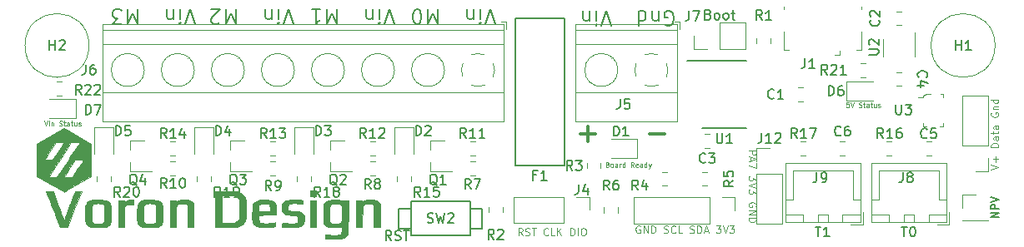
<source format=gbr>
G04 #@! TF.GenerationSoftware,KiCad,Pcbnew,(5.1.5)-3*
G04 #@! TF.CreationDate,2020-04-21T11:06:46-04:00*
G04 #@! TF.ProjectId,STM32_Klipper_Expander,53544d33-325f-44b6-9c69-707065725f45,B*
G04 #@! TF.SameCoordinates,Original*
G04 #@! TF.FileFunction,Legend,Top*
G04 #@! TF.FilePolarity,Positive*
%FSLAX46Y46*%
G04 Gerber Fmt 4.6, Leading zero omitted, Abs format (unit mm)*
G04 Created by KiCad (PCBNEW (5.1.5)-3) date 2020-04-21 11:06:46*
%MOMM*%
%LPD*%
G04 APERTURE LIST*
%ADD10C,0.100000*%
%ADD11C,0.300000*%
%ADD12C,0.120000*%
%ADD13C,0.150000*%
%ADD14C,0.200000*%
%ADD15C,0.010000*%
G04 APERTURE END LIST*
D10*
X159894761Y-92116285D02*
X159966190Y-92140095D01*
X159990000Y-92163904D01*
X160013809Y-92211523D01*
X160013809Y-92282952D01*
X159990000Y-92330571D01*
X159966190Y-92354380D01*
X159918571Y-92378190D01*
X159728095Y-92378190D01*
X159728095Y-91878190D01*
X159894761Y-91878190D01*
X159942380Y-91902000D01*
X159966190Y-91925809D01*
X159990000Y-91973428D01*
X159990000Y-92021047D01*
X159966190Y-92068666D01*
X159942380Y-92092476D01*
X159894761Y-92116285D01*
X159728095Y-92116285D01*
X160299523Y-92378190D02*
X160251904Y-92354380D01*
X160228095Y-92330571D01*
X160204285Y-92282952D01*
X160204285Y-92140095D01*
X160228095Y-92092476D01*
X160251904Y-92068666D01*
X160299523Y-92044857D01*
X160370952Y-92044857D01*
X160418571Y-92068666D01*
X160442380Y-92092476D01*
X160466190Y-92140095D01*
X160466190Y-92282952D01*
X160442380Y-92330571D01*
X160418571Y-92354380D01*
X160370952Y-92378190D01*
X160299523Y-92378190D01*
X160894761Y-92378190D02*
X160894761Y-92116285D01*
X160870952Y-92068666D01*
X160823333Y-92044857D01*
X160728095Y-92044857D01*
X160680476Y-92068666D01*
X160894761Y-92354380D02*
X160847142Y-92378190D01*
X160728095Y-92378190D01*
X160680476Y-92354380D01*
X160656666Y-92306761D01*
X160656666Y-92259142D01*
X160680476Y-92211523D01*
X160728095Y-92187714D01*
X160847142Y-92187714D01*
X160894761Y-92163904D01*
X161132857Y-92378190D02*
X161132857Y-92044857D01*
X161132857Y-92140095D02*
X161156666Y-92092476D01*
X161180476Y-92068666D01*
X161228095Y-92044857D01*
X161275714Y-92044857D01*
X161656666Y-92378190D02*
X161656666Y-91878190D01*
X161656666Y-92354380D02*
X161609047Y-92378190D01*
X161513809Y-92378190D01*
X161466190Y-92354380D01*
X161442380Y-92330571D01*
X161418571Y-92282952D01*
X161418571Y-92140095D01*
X161442380Y-92092476D01*
X161466190Y-92068666D01*
X161513809Y-92044857D01*
X161609047Y-92044857D01*
X161656666Y-92068666D01*
X162561428Y-92378190D02*
X162394761Y-92140095D01*
X162275714Y-92378190D02*
X162275714Y-91878190D01*
X162466190Y-91878190D01*
X162513809Y-91902000D01*
X162537619Y-91925809D01*
X162561428Y-91973428D01*
X162561428Y-92044857D01*
X162537619Y-92092476D01*
X162513809Y-92116285D01*
X162466190Y-92140095D01*
X162275714Y-92140095D01*
X162966190Y-92354380D02*
X162918571Y-92378190D01*
X162823333Y-92378190D01*
X162775714Y-92354380D01*
X162751904Y-92306761D01*
X162751904Y-92116285D01*
X162775714Y-92068666D01*
X162823333Y-92044857D01*
X162918571Y-92044857D01*
X162966190Y-92068666D01*
X162990000Y-92116285D01*
X162990000Y-92163904D01*
X162751904Y-92211523D01*
X163418571Y-92378190D02*
X163418571Y-92116285D01*
X163394761Y-92068666D01*
X163347142Y-92044857D01*
X163251904Y-92044857D01*
X163204285Y-92068666D01*
X163418571Y-92354380D02*
X163370952Y-92378190D01*
X163251904Y-92378190D01*
X163204285Y-92354380D01*
X163180476Y-92306761D01*
X163180476Y-92259142D01*
X163204285Y-92211523D01*
X163251904Y-92187714D01*
X163370952Y-92187714D01*
X163418571Y-92163904D01*
X163870952Y-92378190D02*
X163870952Y-91878190D01*
X163870952Y-92354380D02*
X163823333Y-92378190D01*
X163728095Y-92378190D01*
X163680476Y-92354380D01*
X163656666Y-92330571D01*
X163632857Y-92282952D01*
X163632857Y-92140095D01*
X163656666Y-92092476D01*
X163680476Y-92068666D01*
X163728095Y-92044857D01*
X163823333Y-92044857D01*
X163870952Y-92068666D01*
X164061428Y-92044857D02*
X164180476Y-92378190D01*
X164299523Y-92044857D02*
X164180476Y-92378190D01*
X164132857Y-92497238D01*
X164109047Y-92521047D01*
X164061428Y-92544857D01*
X102705047Y-87687190D02*
X102871714Y-88187190D01*
X103038380Y-87687190D01*
X103205047Y-88187190D02*
X103205047Y-87853857D01*
X103205047Y-87687190D02*
X103181238Y-87711000D01*
X103205047Y-87734809D01*
X103228857Y-87711000D01*
X103205047Y-87687190D01*
X103205047Y-87734809D01*
X103443142Y-87853857D02*
X103443142Y-88187190D01*
X103443142Y-87901476D02*
X103466952Y-87877666D01*
X103514571Y-87853857D01*
X103586000Y-87853857D01*
X103633619Y-87877666D01*
X103657428Y-87925285D01*
X103657428Y-88187190D01*
X104252666Y-88163380D02*
X104324095Y-88187190D01*
X104443142Y-88187190D01*
X104490761Y-88163380D01*
X104514571Y-88139571D01*
X104538380Y-88091952D01*
X104538380Y-88044333D01*
X104514571Y-87996714D01*
X104490761Y-87972904D01*
X104443142Y-87949095D01*
X104347904Y-87925285D01*
X104300285Y-87901476D01*
X104276476Y-87877666D01*
X104252666Y-87830047D01*
X104252666Y-87782428D01*
X104276476Y-87734809D01*
X104300285Y-87711000D01*
X104347904Y-87687190D01*
X104466952Y-87687190D01*
X104538380Y-87711000D01*
X104681238Y-87853857D02*
X104871714Y-87853857D01*
X104752666Y-87687190D02*
X104752666Y-88115761D01*
X104776476Y-88163380D01*
X104824095Y-88187190D01*
X104871714Y-88187190D01*
X105252666Y-88187190D02*
X105252666Y-87925285D01*
X105228857Y-87877666D01*
X105181238Y-87853857D01*
X105086000Y-87853857D01*
X105038380Y-87877666D01*
X105252666Y-88163380D02*
X105205047Y-88187190D01*
X105086000Y-88187190D01*
X105038380Y-88163380D01*
X105014571Y-88115761D01*
X105014571Y-88068142D01*
X105038380Y-88020523D01*
X105086000Y-87996714D01*
X105205047Y-87996714D01*
X105252666Y-87972904D01*
X105419333Y-87853857D02*
X105609809Y-87853857D01*
X105490761Y-87687190D02*
X105490761Y-88115761D01*
X105514571Y-88163380D01*
X105562190Y-88187190D01*
X105609809Y-88187190D01*
X105990761Y-87853857D02*
X105990761Y-88187190D01*
X105776476Y-87853857D02*
X105776476Y-88115761D01*
X105800285Y-88163380D01*
X105847904Y-88187190D01*
X105919333Y-88187190D01*
X105966952Y-88163380D01*
X105990761Y-88139571D01*
X106205047Y-88163380D02*
X106252666Y-88187190D01*
X106347904Y-88187190D01*
X106395523Y-88163380D01*
X106419333Y-88115761D01*
X106419333Y-88091952D01*
X106395523Y-88044333D01*
X106347904Y-88020523D01*
X106276476Y-88020523D01*
X106228857Y-87996714D01*
X106205047Y-87949095D01*
X106205047Y-87925285D01*
X106228857Y-87877666D01*
X106276476Y-87853857D01*
X106347904Y-87853857D01*
X106395523Y-87877666D01*
X184401714Y-85782190D02*
X184163619Y-85782190D01*
X184139809Y-86020285D01*
X184163619Y-85996476D01*
X184211238Y-85972666D01*
X184330285Y-85972666D01*
X184377904Y-85996476D01*
X184401714Y-86020285D01*
X184425523Y-86067904D01*
X184425523Y-86186952D01*
X184401714Y-86234571D01*
X184377904Y-86258380D01*
X184330285Y-86282190D01*
X184211238Y-86282190D01*
X184163619Y-86258380D01*
X184139809Y-86234571D01*
X184568380Y-85782190D02*
X184735047Y-86282190D01*
X184901714Y-85782190D01*
X185425523Y-86258380D02*
X185496952Y-86282190D01*
X185616000Y-86282190D01*
X185663619Y-86258380D01*
X185687428Y-86234571D01*
X185711238Y-86186952D01*
X185711238Y-86139333D01*
X185687428Y-86091714D01*
X185663619Y-86067904D01*
X185616000Y-86044095D01*
X185520761Y-86020285D01*
X185473142Y-85996476D01*
X185449333Y-85972666D01*
X185425523Y-85925047D01*
X185425523Y-85877428D01*
X185449333Y-85829809D01*
X185473142Y-85806000D01*
X185520761Y-85782190D01*
X185639809Y-85782190D01*
X185711238Y-85806000D01*
X185854095Y-85948857D02*
X186044571Y-85948857D01*
X185925523Y-85782190D02*
X185925523Y-86210761D01*
X185949333Y-86258380D01*
X185996952Y-86282190D01*
X186044571Y-86282190D01*
X186425523Y-86282190D02*
X186425523Y-86020285D01*
X186401714Y-85972666D01*
X186354095Y-85948857D01*
X186258857Y-85948857D01*
X186211238Y-85972666D01*
X186425523Y-86258380D02*
X186377904Y-86282190D01*
X186258857Y-86282190D01*
X186211238Y-86258380D01*
X186187428Y-86210761D01*
X186187428Y-86163142D01*
X186211238Y-86115523D01*
X186258857Y-86091714D01*
X186377904Y-86091714D01*
X186425523Y-86067904D01*
X186592190Y-85948857D02*
X186782666Y-85948857D01*
X186663619Y-85782190D02*
X186663619Y-86210761D01*
X186687428Y-86258380D01*
X186735047Y-86282190D01*
X186782666Y-86282190D01*
X187163619Y-85948857D02*
X187163619Y-86282190D01*
X186949333Y-85948857D02*
X186949333Y-86210761D01*
X186973142Y-86258380D01*
X187020761Y-86282190D01*
X187092190Y-86282190D01*
X187139809Y-86258380D01*
X187163619Y-86234571D01*
X187377904Y-86258380D02*
X187425523Y-86282190D01*
X187520761Y-86282190D01*
X187568380Y-86258380D01*
X187592190Y-86210761D01*
X187592190Y-86186952D01*
X187568380Y-86139333D01*
X187520761Y-86115523D01*
X187449333Y-86115523D01*
X187401714Y-86091714D01*
X187377904Y-86044095D01*
X187377904Y-86020285D01*
X187401714Y-85972666D01*
X187449333Y-85948857D01*
X187520761Y-85948857D01*
X187568380Y-85972666D01*
D11*
X157136285Y-88961857D02*
X158660095Y-88961857D01*
X157898190Y-89723761D02*
X157898190Y-88199952D01*
X164183904Y-88961857D02*
X165707714Y-88961857D01*
D10*
X174223714Y-90686000D02*
X174973714Y-90686000D01*
X174973714Y-90971714D01*
X174938000Y-91043142D01*
X174902285Y-91078857D01*
X174830857Y-91114571D01*
X174723714Y-91114571D01*
X174652285Y-91078857D01*
X174616571Y-91043142D01*
X174580857Y-90971714D01*
X174580857Y-90686000D01*
X174438000Y-91400285D02*
X174438000Y-91757428D01*
X174223714Y-91328857D02*
X174973714Y-91578857D01*
X174223714Y-91828857D01*
X174973714Y-92007428D02*
X174973714Y-92507428D01*
X174223714Y-92186000D01*
X174973714Y-93293142D02*
X174973714Y-93757428D01*
X174688000Y-93507428D01*
X174688000Y-93614571D01*
X174652285Y-93686000D01*
X174616571Y-93721714D01*
X174545142Y-93757428D01*
X174366571Y-93757428D01*
X174295142Y-93721714D01*
X174259428Y-93686000D01*
X174223714Y-93614571D01*
X174223714Y-93400285D01*
X174259428Y-93328857D01*
X174295142Y-93293142D01*
X174973714Y-93971714D02*
X174223714Y-94221714D01*
X174973714Y-94471714D01*
X174973714Y-94650285D02*
X174973714Y-95114571D01*
X174688000Y-94864571D01*
X174688000Y-94971714D01*
X174652285Y-95043142D01*
X174616571Y-95078857D01*
X174545142Y-95114571D01*
X174366571Y-95114571D01*
X174295142Y-95078857D01*
X174259428Y-95043142D01*
X174223714Y-94971714D01*
X174223714Y-94757428D01*
X174259428Y-94686000D01*
X174295142Y-94650285D01*
X174938000Y-96400285D02*
X174973714Y-96328857D01*
X174973714Y-96221714D01*
X174938000Y-96114571D01*
X174866571Y-96043142D01*
X174795142Y-96007428D01*
X174652285Y-95971714D01*
X174545142Y-95971714D01*
X174402285Y-96007428D01*
X174330857Y-96043142D01*
X174259428Y-96114571D01*
X174223714Y-96221714D01*
X174223714Y-96293142D01*
X174259428Y-96400285D01*
X174295142Y-96436000D01*
X174545142Y-96436000D01*
X174545142Y-96293142D01*
X174223714Y-96757428D02*
X174973714Y-96757428D01*
X174223714Y-97186000D01*
X174973714Y-97186000D01*
X174223714Y-97543142D02*
X174973714Y-97543142D01*
X174973714Y-97721714D01*
X174938000Y-97828857D01*
X174866571Y-97900285D01*
X174795142Y-97936000D01*
X174652285Y-97971714D01*
X174545142Y-97971714D01*
X174402285Y-97936000D01*
X174330857Y-97900285D01*
X174259428Y-97828857D01*
X174223714Y-97721714D01*
X174223714Y-97543142D01*
D12*
X107250000Y-80000000D02*
G75*
G03X107250000Y-80000000I-3250000J0D01*
G01*
X199250000Y-80000000D02*
G75*
G03X199250000Y-80000000I-3250000J0D01*
G01*
D13*
X180988095Y-98452380D02*
X181559523Y-98452380D01*
X181273809Y-99452380D02*
X181273809Y-98452380D01*
X182416666Y-99452380D02*
X181845238Y-99452380D01*
X182130952Y-99452380D02*
X182130952Y-98452380D01*
X182035714Y-98595238D01*
X181940476Y-98690476D01*
X181845238Y-98738095D01*
X199611904Y-97471428D02*
X198811904Y-97471428D01*
X199611904Y-97014285D01*
X198811904Y-97014285D01*
X199611904Y-96633333D02*
X198811904Y-96633333D01*
X198811904Y-96328571D01*
X198850000Y-96252380D01*
X198888095Y-96214285D01*
X198964285Y-96176190D01*
X199078571Y-96176190D01*
X199154761Y-96214285D01*
X199192857Y-96252380D01*
X199230952Y-96328571D01*
X199230952Y-96633333D01*
X198811904Y-95947619D02*
X199611904Y-95680952D01*
X198811904Y-95414285D01*
D10*
X198839285Y-92607142D02*
X199589285Y-92357142D01*
X198839285Y-92107142D01*
X199303571Y-91857142D02*
X199303571Y-91285714D01*
X199589285Y-91571428D02*
X199017857Y-91571428D01*
X199589285Y-90357142D02*
X198839285Y-90357142D01*
X198839285Y-90178571D01*
X198875000Y-90071428D01*
X198946428Y-90000000D01*
X199017857Y-89964285D01*
X199160714Y-89928571D01*
X199267857Y-89928571D01*
X199410714Y-89964285D01*
X199482142Y-90000000D01*
X199553571Y-90071428D01*
X199589285Y-90178571D01*
X199589285Y-90357142D01*
X199589285Y-89285714D02*
X199196428Y-89285714D01*
X199125000Y-89321428D01*
X199089285Y-89392857D01*
X199089285Y-89535714D01*
X199125000Y-89607142D01*
X199553571Y-89285714D02*
X199589285Y-89357142D01*
X199589285Y-89535714D01*
X199553571Y-89607142D01*
X199482142Y-89642857D01*
X199410714Y-89642857D01*
X199339285Y-89607142D01*
X199303571Y-89535714D01*
X199303571Y-89357142D01*
X199267857Y-89285714D01*
X199089285Y-89035714D02*
X199089285Y-88750000D01*
X198839285Y-88928571D02*
X199482142Y-88928571D01*
X199553571Y-88892857D01*
X199589285Y-88821428D01*
X199589285Y-88750000D01*
X199589285Y-88178571D02*
X199196428Y-88178571D01*
X199125000Y-88214285D01*
X199089285Y-88285714D01*
X199089285Y-88428571D01*
X199125000Y-88500000D01*
X199553571Y-88178571D02*
X199589285Y-88250000D01*
X199589285Y-88428571D01*
X199553571Y-88500000D01*
X199482142Y-88535714D01*
X199410714Y-88535714D01*
X199339285Y-88500000D01*
X199303571Y-88428571D01*
X199303571Y-88250000D01*
X199267857Y-88178571D01*
X198875000Y-86857142D02*
X198839285Y-86928571D01*
X198839285Y-87035714D01*
X198875000Y-87142857D01*
X198946428Y-87214285D01*
X199017857Y-87250000D01*
X199160714Y-87285714D01*
X199267857Y-87285714D01*
X199410714Y-87250000D01*
X199482142Y-87214285D01*
X199553571Y-87142857D01*
X199589285Y-87035714D01*
X199589285Y-86964285D01*
X199553571Y-86857142D01*
X199517857Y-86821428D01*
X199267857Y-86821428D01*
X199267857Y-86964285D01*
X199089285Y-86500000D02*
X199589285Y-86500000D01*
X199160714Y-86500000D02*
X199125000Y-86464285D01*
X199089285Y-86392857D01*
X199089285Y-86285714D01*
X199125000Y-86214285D01*
X199196428Y-86178571D01*
X199589285Y-86178571D01*
X199589285Y-85500000D02*
X198839285Y-85500000D01*
X199553571Y-85500000D02*
X199589285Y-85571428D01*
X199589285Y-85714285D01*
X199553571Y-85785714D01*
X199517857Y-85821428D01*
X199446428Y-85857142D01*
X199232142Y-85857142D01*
X199160714Y-85821428D01*
X199125000Y-85785714D01*
X199089285Y-85714285D01*
X199089285Y-85571428D01*
X199125000Y-85500000D01*
D13*
X137947380Y-99843380D02*
X137614047Y-99367190D01*
X137375952Y-99843380D02*
X137375952Y-98843380D01*
X137756904Y-98843380D01*
X137852142Y-98891000D01*
X137899761Y-98938619D01*
X137947380Y-99033857D01*
X137947380Y-99176714D01*
X137899761Y-99271952D01*
X137852142Y-99319571D01*
X137756904Y-99367190D01*
X137375952Y-99367190D01*
X138328333Y-99795761D02*
X138471190Y-99843380D01*
X138709285Y-99843380D01*
X138804523Y-99795761D01*
X138852142Y-99748142D01*
X138899761Y-99652904D01*
X138899761Y-99557666D01*
X138852142Y-99462428D01*
X138804523Y-99414809D01*
X138709285Y-99367190D01*
X138518809Y-99319571D01*
X138423571Y-99271952D01*
X138375952Y-99224333D01*
X138328333Y-99129095D01*
X138328333Y-99033857D01*
X138375952Y-98938619D01*
X138423571Y-98891000D01*
X138518809Y-98843380D01*
X138756904Y-98843380D01*
X138899761Y-98891000D01*
X139185476Y-98843380D02*
X139756904Y-98843380D01*
X139471190Y-99843380D02*
X139471190Y-98843380D01*
D10*
X151267857Y-99339285D02*
X151017857Y-98982142D01*
X150839285Y-99339285D02*
X150839285Y-98589285D01*
X151125000Y-98589285D01*
X151196428Y-98625000D01*
X151232142Y-98660714D01*
X151267857Y-98732142D01*
X151267857Y-98839285D01*
X151232142Y-98910714D01*
X151196428Y-98946428D01*
X151125000Y-98982142D01*
X150839285Y-98982142D01*
X151553571Y-99303571D02*
X151660714Y-99339285D01*
X151839285Y-99339285D01*
X151910714Y-99303571D01*
X151946428Y-99267857D01*
X151982142Y-99196428D01*
X151982142Y-99125000D01*
X151946428Y-99053571D01*
X151910714Y-99017857D01*
X151839285Y-98982142D01*
X151696428Y-98946428D01*
X151625000Y-98910714D01*
X151589285Y-98875000D01*
X151553571Y-98803571D01*
X151553571Y-98732142D01*
X151589285Y-98660714D01*
X151625000Y-98625000D01*
X151696428Y-98589285D01*
X151875000Y-98589285D01*
X151982142Y-98625000D01*
X152196428Y-98589285D02*
X152625000Y-98589285D01*
X152410714Y-99339285D02*
X152410714Y-98589285D01*
X153875000Y-99267857D02*
X153839285Y-99303571D01*
X153732142Y-99339285D01*
X153660714Y-99339285D01*
X153553571Y-99303571D01*
X153482142Y-99232142D01*
X153446428Y-99160714D01*
X153410714Y-99017857D01*
X153410714Y-98910714D01*
X153446428Y-98767857D01*
X153482142Y-98696428D01*
X153553571Y-98625000D01*
X153660714Y-98589285D01*
X153732142Y-98589285D01*
X153839285Y-98625000D01*
X153875000Y-98660714D01*
X154553571Y-99339285D02*
X154196428Y-99339285D01*
X154196428Y-98589285D01*
X154803571Y-99339285D02*
X154803571Y-98589285D01*
X155232142Y-99339285D02*
X154910714Y-98910714D01*
X155232142Y-98589285D02*
X154803571Y-99017857D01*
X156125000Y-99339285D02*
X156125000Y-98589285D01*
X156303571Y-98589285D01*
X156410714Y-98625000D01*
X156482142Y-98696428D01*
X156517857Y-98767857D01*
X156553571Y-98910714D01*
X156553571Y-99017857D01*
X156517857Y-99160714D01*
X156482142Y-99232142D01*
X156410714Y-99303571D01*
X156303571Y-99339285D01*
X156125000Y-99339285D01*
X156875000Y-99339285D02*
X156875000Y-98589285D01*
X157375000Y-98589285D02*
X157517857Y-98589285D01*
X157589285Y-98625000D01*
X157660714Y-98696428D01*
X157696428Y-98839285D01*
X157696428Y-99089285D01*
X157660714Y-99232142D01*
X157589285Y-99303571D01*
X157517857Y-99339285D01*
X157375000Y-99339285D01*
X157303571Y-99303571D01*
X157232142Y-99232142D01*
X157196428Y-99089285D01*
X157196428Y-98839285D01*
X157232142Y-98696428D01*
X157303571Y-98625000D01*
X157375000Y-98589285D01*
X163196428Y-98375000D02*
X163125000Y-98339285D01*
X163017857Y-98339285D01*
X162910714Y-98375000D01*
X162839285Y-98446428D01*
X162803571Y-98517857D01*
X162767857Y-98660714D01*
X162767857Y-98767857D01*
X162803571Y-98910714D01*
X162839285Y-98982142D01*
X162910714Y-99053571D01*
X163017857Y-99089285D01*
X163089285Y-99089285D01*
X163196428Y-99053571D01*
X163232142Y-99017857D01*
X163232142Y-98767857D01*
X163089285Y-98767857D01*
X163553571Y-99089285D02*
X163553571Y-98339285D01*
X163982142Y-99089285D01*
X163982142Y-98339285D01*
X164339285Y-99089285D02*
X164339285Y-98339285D01*
X164517857Y-98339285D01*
X164625000Y-98375000D01*
X164696428Y-98446428D01*
X164732142Y-98517857D01*
X164767857Y-98660714D01*
X164767857Y-98767857D01*
X164732142Y-98910714D01*
X164696428Y-98982142D01*
X164625000Y-99053571D01*
X164517857Y-99089285D01*
X164339285Y-99089285D01*
X165625000Y-99053571D02*
X165732142Y-99089285D01*
X165910714Y-99089285D01*
X165982142Y-99053571D01*
X166017857Y-99017857D01*
X166053571Y-98946428D01*
X166053571Y-98875000D01*
X166017857Y-98803571D01*
X165982142Y-98767857D01*
X165910714Y-98732142D01*
X165767857Y-98696428D01*
X165696428Y-98660714D01*
X165660714Y-98625000D01*
X165625000Y-98553571D01*
X165625000Y-98482142D01*
X165660714Y-98410714D01*
X165696428Y-98375000D01*
X165767857Y-98339285D01*
X165946428Y-98339285D01*
X166053571Y-98375000D01*
X166803571Y-99017857D02*
X166767857Y-99053571D01*
X166660714Y-99089285D01*
X166589285Y-99089285D01*
X166482142Y-99053571D01*
X166410714Y-98982142D01*
X166375000Y-98910714D01*
X166339285Y-98767857D01*
X166339285Y-98660714D01*
X166375000Y-98517857D01*
X166410714Y-98446428D01*
X166482142Y-98375000D01*
X166589285Y-98339285D01*
X166660714Y-98339285D01*
X166767857Y-98375000D01*
X166803571Y-98410714D01*
X167482142Y-99089285D02*
X167125000Y-99089285D01*
X167125000Y-98339285D01*
X168267857Y-99053571D02*
X168375000Y-99089285D01*
X168553571Y-99089285D01*
X168625000Y-99053571D01*
X168660714Y-99017857D01*
X168696428Y-98946428D01*
X168696428Y-98875000D01*
X168660714Y-98803571D01*
X168625000Y-98767857D01*
X168553571Y-98732142D01*
X168410714Y-98696428D01*
X168339285Y-98660714D01*
X168303571Y-98625000D01*
X168267857Y-98553571D01*
X168267857Y-98482142D01*
X168303571Y-98410714D01*
X168339285Y-98375000D01*
X168410714Y-98339285D01*
X168589285Y-98339285D01*
X168696428Y-98375000D01*
X169017857Y-99089285D02*
X169017857Y-98339285D01*
X169196428Y-98339285D01*
X169303571Y-98375000D01*
X169375000Y-98446428D01*
X169410714Y-98517857D01*
X169446428Y-98660714D01*
X169446428Y-98767857D01*
X169410714Y-98910714D01*
X169375000Y-98982142D01*
X169303571Y-99053571D01*
X169196428Y-99089285D01*
X169017857Y-99089285D01*
X169732142Y-98875000D02*
X170089285Y-98875000D01*
X169660714Y-99089285D02*
X169910714Y-98339285D01*
X170160714Y-99089285D01*
X170910714Y-98339285D02*
X171375000Y-98339285D01*
X171125000Y-98625000D01*
X171232142Y-98625000D01*
X171303571Y-98660714D01*
X171339285Y-98696428D01*
X171375000Y-98767857D01*
X171375000Y-98946428D01*
X171339285Y-99017857D01*
X171303571Y-99053571D01*
X171232142Y-99089285D01*
X171017857Y-99089285D01*
X170946428Y-99053571D01*
X170910714Y-99017857D01*
X171589285Y-98339285D02*
X171839285Y-99089285D01*
X172089285Y-98339285D01*
X172267857Y-98339285D02*
X172732142Y-98339285D01*
X172482142Y-98625000D01*
X172589285Y-98625000D01*
X172660714Y-98660714D01*
X172696428Y-98696428D01*
X172732142Y-98767857D01*
X172732142Y-98946428D01*
X172696428Y-99017857D01*
X172660714Y-99053571D01*
X172589285Y-99089285D01*
X172375000Y-99089285D01*
X172303571Y-99053571D01*
X172267857Y-99017857D01*
D14*
X148500000Y-77821428D02*
X148000000Y-76321428D01*
X147500000Y-77821428D01*
X147000000Y-76321428D02*
X147000000Y-77321428D01*
X147000000Y-77821428D02*
X147071428Y-77750000D01*
X147000000Y-77678571D01*
X146928571Y-77750000D01*
X147000000Y-77821428D01*
X147000000Y-77678571D01*
X146285714Y-77321428D02*
X146285714Y-76321428D01*
X146285714Y-77178571D02*
X146214285Y-77250000D01*
X146071428Y-77321428D01*
X145857142Y-77321428D01*
X145714285Y-77250000D01*
X145642857Y-77107142D01*
X145642857Y-76321428D01*
X142642857Y-76321428D02*
X142642857Y-77821428D01*
X142142857Y-76750000D01*
X141642857Y-77821428D01*
X141642857Y-76321428D01*
X140642857Y-77821428D02*
X140500000Y-77821428D01*
X140357142Y-77750000D01*
X140285714Y-77678571D01*
X140214285Y-77535714D01*
X140142857Y-77250000D01*
X140142857Y-76892857D01*
X140214285Y-76607142D01*
X140285714Y-76464285D01*
X140357142Y-76392857D01*
X140500000Y-76321428D01*
X140642857Y-76321428D01*
X140785714Y-76392857D01*
X140857142Y-76464285D01*
X140928571Y-76607142D01*
X141000000Y-76892857D01*
X141000000Y-77250000D01*
X140928571Y-77535714D01*
X140857142Y-77678571D01*
X140785714Y-77750000D01*
X140642857Y-77821428D01*
X128000000Y-77821428D02*
X127500000Y-76321428D01*
X127000000Y-77821428D01*
X126500000Y-76321428D02*
X126500000Y-77321428D01*
X126500000Y-77821428D02*
X126571428Y-77750000D01*
X126500000Y-77678571D01*
X126428571Y-77750000D01*
X126500000Y-77821428D01*
X126500000Y-77678571D01*
X125785714Y-77321428D02*
X125785714Y-76321428D01*
X125785714Y-77178571D02*
X125714285Y-77250000D01*
X125571428Y-77321428D01*
X125357142Y-77321428D01*
X125214285Y-77250000D01*
X125142857Y-77107142D01*
X125142857Y-76321428D01*
X122142857Y-76321428D02*
X122142857Y-77821428D01*
X121642857Y-76750000D01*
X121142857Y-77821428D01*
X121142857Y-76321428D01*
X120500000Y-77678571D02*
X120428571Y-77750000D01*
X120285714Y-77821428D01*
X119928571Y-77821428D01*
X119785714Y-77750000D01*
X119714285Y-77678571D01*
X119642857Y-77535714D01*
X119642857Y-77392857D01*
X119714285Y-77178571D01*
X120571428Y-76321428D01*
X119642857Y-76321428D01*
X138250000Y-77821428D02*
X137750000Y-76321428D01*
X137250000Y-77821428D01*
X136750000Y-76321428D02*
X136750000Y-77321428D01*
X136750000Y-77821428D02*
X136821428Y-77750000D01*
X136750000Y-77678571D01*
X136678571Y-77750000D01*
X136750000Y-77821428D01*
X136750000Y-77678571D01*
X136035714Y-77321428D02*
X136035714Y-76321428D01*
X136035714Y-77178571D02*
X135964285Y-77250000D01*
X135821428Y-77321428D01*
X135607142Y-77321428D01*
X135464285Y-77250000D01*
X135392857Y-77107142D01*
X135392857Y-76321428D01*
X132392857Y-76321428D02*
X132392857Y-77821428D01*
X131892857Y-76750000D01*
X131392857Y-77821428D01*
X131392857Y-76321428D01*
X129892857Y-76321428D02*
X130750000Y-76321428D01*
X130321428Y-76321428D02*
X130321428Y-77821428D01*
X130464285Y-77607142D01*
X130607142Y-77464285D01*
X130750000Y-77392857D01*
X165785714Y-77909000D02*
X165928571Y-77980428D01*
X166142857Y-77980428D01*
X166357142Y-77909000D01*
X166500000Y-77766142D01*
X166571428Y-77623285D01*
X166642857Y-77337571D01*
X166642857Y-77123285D01*
X166571428Y-76837571D01*
X166500000Y-76694714D01*
X166357142Y-76551857D01*
X166142857Y-76480428D01*
X166000000Y-76480428D01*
X165785714Y-76551857D01*
X165714285Y-76623285D01*
X165714285Y-77123285D01*
X166000000Y-77123285D01*
X165071428Y-77480428D02*
X165071428Y-76480428D01*
X165071428Y-77337571D02*
X165000000Y-77409000D01*
X164857142Y-77480428D01*
X164642857Y-77480428D01*
X164500000Y-77409000D01*
X164428571Y-77266142D01*
X164428571Y-76480428D01*
X163071428Y-76480428D02*
X163071428Y-77980428D01*
X163071428Y-76551857D02*
X163214285Y-76480428D01*
X163500000Y-76480428D01*
X163642857Y-76551857D01*
X163714285Y-76623285D01*
X163785714Y-76766142D01*
X163785714Y-77194714D01*
X163714285Y-77337571D01*
X163642857Y-77409000D01*
X163500000Y-77480428D01*
X163214285Y-77480428D01*
X163071428Y-77409000D01*
X160285714Y-77980428D02*
X159785714Y-76480428D01*
X159285714Y-77980428D01*
X158785714Y-76480428D02*
X158785714Y-77480428D01*
X158785714Y-77980428D02*
X158857142Y-77909000D01*
X158785714Y-77837571D01*
X158714285Y-77909000D01*
X158785714Y-77980428D01*
X158785714Y-77837571D01*
X158071428Y-77480428D02*
X158071428Y-76480428D01*
X158071428Y-77337571D02*
X158000000Y-77409000D01*
X157857142Y-77480428D01*
X157642857Y-77480428D01*
X157500000Y-77409000D01*
X157428571Y-77266142D01*
X157428571Y-76480428D01*
D13*
X170130952Y-76840571D02*
X170273809Y-76888190D01*
X170321428Y-76935809D01*
X170369047Y-77031047D01*
X170369047Y-77173904D01*
X170321428Y-77269142D01*
X170273809Y-77316761D01*
X170178571Y-77364380D01*
X169797619Y-77364380D01*
X169797619Y-76364380D01*
X170130952Y-76364380D01*
X170226190Y-76412000D01*
X170273809Y-76459619D01*
X170321428Y-76554857D01*
X170321428Y-76650095D01*
X170273809Y-76745333D01*
X170226190Y-76792952D01*
X170130952Y-76840571D01*
X169797619Y-76840571D01*
X170940476Y-77364380D02*
X170845238Y-77316761D01*
X170797619Y-77269142D01*
X170750000Y-77173904D01*
X170750000Y-76888190D01*
X170797619Y-76792952D01*
X170845238Y-76745333D01*
X170940476Y-76697714D01*
X171083333Y-76697714D01*
X171178571Y-76745333D01*
X171226190Y-76792952D01*
X171273809Y-76888190D01*
X171273809Y-77173904D01*
X171226190Y-77269142D01*
X171178571Y-77316761D01*
X171083333Y-77364380D01*
X170940476Y-77364380D01*
X171845238Y-77364380D02*
X171750000Y-77316761D01*
X171702380Y-77269142D01*
X171654761Y-77173904D01*
X171654761Y-76888190D01*
X171702380Y-76792952D01*
X171750000Y-76745333D01*
X171845238Y-76697714D01*
X171988095Y-76697714D01*
X172083333Y-76745333D01*
X172130952Y-76792952D01*
X172178571Y-76888190D01*
X172178571Y-77173904D01*
X172130952Y-77269142D01*
X172083333Y-77316761D01*
X171988095Y-77364380D01*
X171845238Y-77364380D01*
X172464285Y-76697714D02*
X172845238Y-76697714D01*
X172607142Y-76364380D02*
X172607142Y-77221523D01*
X172654761Y-77316761D01*
X172750000Y-77364380D01*
X172845238Y-77364380D01*
D14*
X118000000Y-77821428D02*
X117500000Y-76321428D01*
X117000000Y-77821428D01*
X116500000Y-76321428D02*
X116500000Y-77321428D01*
X116500000Y-77821428D02*
X116571428Y-77750000D01*
X116500000Y-77678571D01*
X116428571Y-77750000D01*
X116500000Y-77821428D01*
X116500000Y-77678571D01*
X115785714Y-77321428D02*
X115785714Y-76321428D01*
X115785714Y-77178571D02*
X115714285Y-77250000D01*
X115571428Y-77321428D01*
X115357142Y-77321428D01*
X115214285Y-77250000D01*
X115142857Y-77107142D01*
X115142857Y-76321428D01*
X112142857Y-76321428D02*
X112142857Y-77821428D01*
X111642857Y-76750000D01*
X111142857Y-77821428D01*
X111142857Y-76321428D01*
X110571428Y-77821428D02*
X109642857Y-77821428D01*
X110142857Y-77250000D01*
X109928571Y-77250000D01*
X109785714Y-77178571D01*
X109714285Y-77107142D01*
X109642857Y-76964285D01*
X109642857Y-76607142D01*
X109714285Y-76464285D01*
X109785714Y-76392857D01*
X109928571Y-76321428D01*
X110357142Y-76321428D01*
X110500000Y-76392857D01*
X110571428Y-76464285D01*
D13*
X189738095Y-98452380D02*
X190309523Y-98452380D01*
X190023809Y-99452380D02*
X190023809Y-98452380D01*
X190833333Y-98452380D02*
X190928571Y-98452380D01*
X191023809Y-98500000D01*
X191071428Y-98547619D01*
X191119047Y-98642857D01*
X191166666Y-98833333D01*
X191166666Y-99071428D01*
X191119047Y-99261904D01*
X191071428Y-99357142D01*
X191023809Y-99404761D01*
X190928571Y-99452380D01*
X190833333Y-99452380D01*
X190738095Y-99404761D01*
X190690476Y-99357142D01*
X190642857Y-99261904D01*
X190595238Y-99071428D01*
X190595238Y-98833333D01*
X190642857Y-98642857D01*
X190690476Y-98547619D01*
X190738095Y-98500000D01*
X190833333Y-98452380D01*
D10*
X192303000Y-84914000D02*
X192678000Y-84914000D01*
X191978000Y-85239000D02*
X191453000Y-85239000D01*
X191978000Y-85139000D02*
X191978000Y-85239000D01*
X192303000Y-84914000D02*
X191978000Y-85139000D01*
X193978000Y-88214000D02*
X193653000Y-88214000D01*
X193978000Y-87914000D02*
X193978000Y-88214000D01*
X191978000Y-88214000D02*
X192278000Y-88214000D01*
X191978000Y-87889000D02*
X191978000Y-88214000D01*
X193978000Y-84914000D02*
X193678000Y-84914000D01*
X193978000Y-85239000D02*
X193978000Y-84914000D01*
D12*
X103946422Y-85115000D02*
X104463578Y-85115000D01*
X103946422Y-83695000D02*
X104463578Y-83695000D01*
X186124578Y-81790000D02*
X185607422Y-81790000D01*
X186124578Y-83210000D02*
X185607422Y-83210000D01*
X175011000Y-90441000D02*
X176341000Y-90441000D01*
X175011000Y-91771000D02*
X175011000Y-90441000D01*
X175011000Y-93041000D02*
X177671000Y-93041000D01*
X177671000Y-93041000D02*
X177671000Y-98181000D01*
X175011000Y-93041000D02*
X175011000Y-98181000D01*
X175011000Y-98181000D02*
X177671000Y-98181000D01*
X105890000Y-85477000D02*
X103205000Y-85477000D01*
X105890000Y-87397000D02*
X105890000Y-85477000D01*
X103205000Y-87397000D02*
X105890000Y-87397000D01*
X184181000Y-85619000D02*
X186866000Y-85619000D01*
X184181000Y-83699000D02*
X184181000Y-85619000D01*
X186866000Y-83699000D02*
X184181000Y-83699000D01*
X108067000Y-93807578D02*
X108067000Y-93290422D01*
X109487000Y-93807578D02*
X109487000Y-93290422D01*
X109737000Y-90993000D02*
X109737000Y-88308000D01*
X109737000Y-88308000D02*
X107817000Y-88308000D01*
X107817000Y-88308000D02*
X107817000Y-90993000D01*
X118227000Y-93807578D02*
X118227000Y-93290422D01*
X119647000Y-93807578D02*
X119647000Y-93290422D01*
X119897000Y-90993000D02*
X119897000Y-88308000D01*
X119897000Y-88308000D02*
X117977000Y-88308000D01*
X117977000Y-88308000D02*
X117977000Y-90993000D01*
X128387000Y-93807578D02*
X128387000Y-93290422D01*
X129807000Y-93807578D02*
X129807000Y-93290422D01*
X130057000Y-90993000D02*
X130057000Y-88308000D01*
X130057000Y-88308000D02*
X128137000Y-88308000D01*
X128137000Y-88308000D02*
X128137000Y-90993000D01*
X139967000Y-93807578D02*
X139967000Y-93290422D01*
X138547000Y-93807578D02*
X138547000Y-93290422D01*
X138297000Y-88308000D02*
X138297000Y-90993000D01*
X140217000Y-88308000D02*
X138297000Y-88308000D01*
X140217000Y-90993000D02*
X140217000Y-88308000D01*
X168670000Y-80330000D02*
X168670000Y-79000000D01*
X170000000Y-80330000D02*
X168670000Y-80330000D01*
X171270000Y-80330000D02*
X171270000Y-77670000D01*
X171270000Y-77670000D02*
X173870000Y-77670000D01*
X171270000Y-80330000D02*
X173870000Y-80330000D01*
X173870000Y-80330000D02*
X173870000Y-77670000D01*
X183442000Y-80971500D02*
X183442000Y-80521500D01*
X183442000Y-80971500D02*
X182992000Y-80971500D01*
X177842000Y-80421500D02*
X178292000Y-80421500D01*
X177842000Y-78571500D02*
X177842000Y-80421500D01*
X185642000Y-76021500D02*
X185642000Y-76271500D01*
X177842000Y-76021500D02*
X177842000Y-76271500D01*
X185642000Y-78571500D02*
X185642000Y-80421500D01*
X185642000Y-80421500D02*
X185192000Y-80421500D01*
D15*
G36*
X107481600Y-89994150D02*
G01*
X107481600Y-93293849D01*
X106092308Y-94094524D01*
X105752339Y-94290185D01*
X105442012Y-94468267D01*
X105171882Y-94622754D01*
X104952505Y-94747630D01*
X104794439Y-94836877D01*
X104708239Y-94884478D01*
X104695308Y-94890770D01*
X104651181Y-94865166D01*
X104529791Y-94794713D01*
X104341745Y-94685566D01*
X104097649Y-94543881D01*
X103808109Y-94375815D01*
X103483731Y-94187525D01*
X103316000Y-94090162D01*
X102090648Y-93378876D01*
X103146666Y-93378876D01*
X103185441Y-93398402D01*
X103303479Y-93413187D01*
X103478467Y-93420891D01*
X103553066Y-93421479D01*
X103976400Y-93420959D01*
X103990821Y-93399076D01*
X104713000Y-93399076D01*
X104759850Y-93409563D01*
X104884616Y-93417500D01*
X105063623Y-93421596D01*
X105132100Y-93421886D01*
X105551200Y-93421772D01*
X106033800Y-92678043D01*
X106198838Y-92423678D01*
X106350963Y-92189166D01*
X106478863Y-91991951D01*
X106571223Y-91849476D01*
X106610288Y-91789156D01*
X106704177Y-91644000D01*
X105842093Y-91644000D01*
X105277546Y-92510076D01*
X105107034Y-92772735D01*
X104957186Y-93005619D01*
X104836286Y-93195683D01*
X104752618Y-93329882D01*
X104714465Y-93395172D01*
X104713000Y-93399076D01*
X103990821Y-93399076D01*
X105119400Y-91686603D01*
X105367036Y-91310432D01*
X105597037Y-90960255D01*
X105803420Y-90645238D01*
X105980202Y-90374551D01*
X106121399Y-90157361D01*
X106221029Y-90002837D01*
X106273108Y-89920148D01*
X106279333Y-89909123D01*
X106240558Y-89889597D01*
X106122520Y-89874812D01*
X105947532Y-89867108D01*
X105872933Y-89866520D01*
X105449600Y-89867040D01*
X104306600Y-91601396D01*
X104058963Y-91977567D01*
X103828962Y-92327744D01*
X103622579Y-92642761D01*
X103445797Y-92913448D01*
X103304600Y-93130638D01*
X103204970Y-93285162D01*
X103152891Y-93367851D01*
X103146666Y-93378876D01*
X102090648Y-93378876D01*
X101944400Y-93293983D01*
X101944400Y-91644000D01*
X102721822Y-91644000D01*
X103583906Y-91644000D01*
X104148453Y-90777923D01*
X104318965Y-90515264D01*
X104468813Y-90282380D01*
X104589713Y-90092316D01*
X104673381Y-89958117D01*
X104711534Y-89892827D01*
X104713000Y-89888923D01*
X104666149Y-89878436D01*
X104541383Y-89870499D01*
X104362376Y-89866403D01*
X104293900Y-89866113D01*
X103874800Y-89866227D01*
X103392200Y-90609956D01*
X103227161Y-90864321D01*
X103075036Y-91098833D01*
X102947136Y-91296048D01*
X102854776Y-91438523D01*
X102815711Y-91498843D01*
X102721822Y-91644000D01*
X101944400Y-91644000D01*
X101944400Y-89994150D01*
X104713000Y-88398552D01*
X107481600Y-89994150D01*
G37*
X107481600Y-89994150D02*
X107481600Y-93293849D01*
X106092308Y-94094524D01*
X105752339Y-94290185D01*
X105442012Y-94468267D01*
X105171882Y-94622754D01*
X104952505Y-94747630D01*
X104794439Y-94836877D01*
X104708239Y-94884478D01*
X104695308Y-94890770D01*
X104651181Y-94865166D01*
X104529791Y-94794713D01*
X104341745Y-94685566D01*
X104097649Y-94543881D01*
X103808109Y-94375815D01*
X103483731Y-94187525D01*
X103316000Y-94090162D01*
X102090648Y-93378876D01*
X103146666Y-93378876D01*
X103185441Y-93398402D01*
X103303479Y-93413187D01*
X103478467Y-93420891D01*
X103553066Y-93421479D01*
X103976400Y-93420959D01*
X103990821Y-93399076D01*
X104713000Y-93399076D01*
X104759850Y-93409563D01*
X104884616Y-93417500D01*
X105063623Y-93421596D01*
X105132100Y-93421886D01*
X105551200Y-93421772D01*
X106033800Y-92678043D01*
X106198838Y-92423678D01*
X106350963Y-92189166D01*
X106478863Y-91991951D01*
X106571223Y-91849476D01*
X106610288Y-91789156D01*
X106704177Y-91644000D01*
X105842093Y-91644000D01*
X105277546Y-92510076D01*
X105107034Y-92772735D01*
X104957186Y-93005619D01*
X104836286Y-93195683D01*
X104752618Y-93329882D01*
X104714465Y-93395172D01*
X104713000Y-93399076D01*
X103990821Y-93399076D01*
X105119400Y-91686603D01*
X105367036Y-91310432D01*
X105597037Y-90960255D01*
X105803420Y-90645238D01*
X105980202Y-90374551D01*
X106121399Y-90157361D01*
X106221029Y-90002837D01*
X106273108Y-89920148D01*
X106279333Y-89909123D01*
X106240558Y-89889597D01*
X106122520Y-89874812D01*
X105947532Y-89867108D01*
X105872933Y-89866520D01*
X105449600Y-89867040D01*
X104306600Y-91601396D01*
X104058963Y-91977567D01*
X103828962Y-92327744D01*
X103622579Y-92642761D01*
X103445797Y-92913448D01*
X103304600Y-93130638D01*
X103204970Y-93285162D01*
X103152891Y-93367851D01*
X103146666Y-93378876D01*
X102090648Y-93378876D01*
X101944400Y-93293983D01*
X101944400Y-91644000D01*
X102721822Y-91644000D01*
X103583906Y-91644000D01*
X104148453Y-90777923D01*
X104318965Y-90515264D01*
X104468813Y-90282380D01*
X104589713Y-90092316D01*
X104673381Y-89958117D01*
X104711534Y-89892827D01*
X104713000Y-89888923D01*
X104666149Y-89878436D01*
X104541383Y-89870499D01*
X104362376Y-89866403D01*
X104293900Y-89866113D01*
X103874800Y-89866227D01*
X103392200Y-90609956D01*
X103227161Y-90864321D01*
X103075036Y-91098833D01*
X102947136Y-91296048D01*
X102854776Y-91438523D01*
X102815711Y-91498843D01*
X102721822Y-91644000D01*
X101944400Y-91644000D01*
X101944400Y-89994150D01*
X104713000Y-88398552D01*
X107481600Y-89994150D01*
G36*
X130342536Y-95328511D02*
G01*
X129708291Y-95328511D01*
X129708291Y-94784872D01*
X130342536Y-94784872D01*
X130342536Y-95328511D01*
G37*
X130342536Y-95328511D02*
X129708291Y-95328511D01*
X129708291Y-94784872D01*
X130342536Y-94784872D01*
X130342536Y-95328511D01*
G36*
X136176309Y-95715948D02*
G01*
X136186650Y-95717824D01*
X136386208Y-95768782D01*
X136537322Y-95841205D01*
X136649995Y-95941315D01*
X136721859Y-96050600D01*
X136805794Y-96211270D01*
X136805794Y-98469533D01*
X136171549Y-98469533D01*
X136171104Y-97420009D01*
X136170328Y-97112706D01*
X136168189Y-96861456D01*
X136164540Y-96661922D01*
X136159236Y-96509766D01*
X136152131Y-96400648D01*
X136143078Y-96330231D01*
X136133284Y-96296632D01*
X136068124Y-96208773D01*
X135971441Y-96148981D01*
X135835268Y-96114371D01*
X135651638Y-96102055D01*
X135596557Y-96102131D01*
X135408393Y-96111355D01*
X135268489Y-96136349D01*
X135165903Y-96180890D01*
X135089695Y-96248754D01*
X135061905Y-96286665D01*
X135047570Y-96313390D01*
X135035906Y-96349631D01*
X135026566Y-96401701D01*
X135019204Y-96475914D01*
X135013472Y-96578585D01*
X135009024Y-96716028D01*
X135005514Y-96894557D01*
X135002594Y-97120485D01*
X134999918Y-97400127D01*
X134999759Y-97418616D01*
X134990752Y-98469533D01*
X134359421Y-98469533D01*
X134359421Y-95751341D01*
X134676543Y-95751341D01*
X134820008Y-95752543D01*
X134913254Y-95757188D01*
X134966439Y-95766828D01*
X134989719Y-95783020D01*
X134993666Y-95799875D01*
X135009258Y-95833191D01*
X135046519Y-95826447D01*
X135240895Y-95764572D01*
X135472312Y-95720560D01*
X135719520Y-95696436D01*
X135961269Y-95694224D01*
X136176309Y-95715948D01*
G37*
X136176309Y-95715948D02*
X136186650Y-95717824D01*
X136386208Y-95768782D01*
X136537322Y-95841205D01*
X136649995Y-95941315D01*
X136721859Y-96050600D01*
X136805794Y-96211270D01*
X136805794Y-98469533D01*
X136171549Y-98469533D01*
X136171104Y-97420009D01*
X136170328Y-97112706D01*
X136168189Y-96861456D01*
X136164540Y-96661922D01*
X136159236Y-96509766D01*
X136152131Y-96400648D01*
X136143078Y-96330231D01*
X136133284Y-96296632D01*
X136068124Y-96208773D01*
X135971441Y-96148981D01*
X135835268Y-96114371D01*
X135651638Y-96102055D01*
X135596557Y-96102131D01*
X135408393Y-96111355D01*
X135268489Y-96136349D01*
X135165903Y-96180890D01*
X135089695Y-96248754D01*
X135061905Y-96286665D01*
X135047570Y-96313390D01*
X135035906Y-96349631D01*
X135026566Y-96401701D01*
X135019204Y-96475914D01*
X135013472Y-96578585D01*
X135009024Y-96716028D01*
X135005514Y-96894557D01*
X135002594Y-97120485D01*
X134999918Y-97400127D01*
X134999759Y-97418616D01*
X134990752Y-98469533D01*
X134359421Y-98469533D01*
X134359421Y-95751341D01*
X134676543Y-95751341D01*
X134820008Y-95752543D01*
X134913254Y-95757188D01*
X134966439Y-95766828D01*
X134989719Y-95783020D01*
X134993666Y-95799875D01*
X135009258Y-95833191D01*
X135046519Y-95826447D01*
X135240895Y-95764572D01*
X135472312Y-95720560D01*
X135719520Y-95696436D01*
X135961269Y-95694224D01*
X136176309Y-95715948D01*
G36*
X130342536Y-98469533D02*
G01*
X129708291Y-98469533D01*
X129708291Y-95751341D01*
X130342536Y-95751341D01*
X130342536Y-98469533D01*
G37*
X130342536Y-98469533D02*
X129708291Y-98469533D01*
X129708291Y-95751341D01*
X130342536Y-95751341D01*
X130342536Y-98469533D01*
G36*
X121361332Y-94846299D02*
G01*
X121628125Y-94849881D01*
X121849318Y-94856793D01*
X122032297Y-94867807D01*
X122184453Y-94883695D01*
X122313174Y-94905227D01*
X122425848Y-94933176D01*
X122529864Y-94968312D01*
X122632544Y-95011376D01*
X122802183Y-95114065D01*
X122952125Y-95253536D01*
X123066990Y-95413628D01*
X123114385Y-95517691D01*
X123129790Y-95567314D01*
X123142067Y-95622961D01*
X123151563Y-95691780D01*
X123158623Y-95780919D01*
X123163593Y-95897527D01*
X123166819Y-96048752D01*
X123168647Y-96241742D01*
X123169423Y-96483647D01*
X123169528Y-96657405D01*
X123169201Y-96958322D01*
X123167423Y-97205609D01*
X123162996Y-97406042D01*
X123154723Y-97566394D01*
X123141407Y-97693440D01*
X123121850Y-97793954D01*
X123094857Y-97874710D01*
X123059229Y-97942483D01*
X123013769Y-98004048D01*
X122957280Y-98066178D01*
X122912540Y-98111622D01*
X122816146Y-98202480D01*
X122729310Y-98265992D01*
X122629547Y-98315698D01*
X122494369Y-98365136D01*
X122487882Y-98367307D01*
X122233261Y-98452368D01*
X121153535Y-98462999D01*
X120073808Y-98473630D01*
X120073808Y-98084065D01*
X120768458Y-98084065D01*
X121349849Y-98070088D01*
X121560445Y-98064250D01*
X121721242Y-98057484D01*
X121842845Y-98048672D01*
X121935859Y-98036694D01*
X122010889Y-98020432D01*
X122078539Y-97998767D01*
X122098907Y-97991076D01*
X122271016Y-97899555D01*
X122400316Y-97778035D01*
X122479471Y-97633740D01*
X122487060Y-97608772D01*
X122497286Y-97539104D01*
X122505609Y-97419273D01*
X122512026Y-97259491D01*
X122516534Y-97069969D01*
X122519130Y-96860919D01*
X122519812Y-96642552D01*
X122518575Y-96425079D01*
X122515418Y-96218713D01*
X122510337Y-96033665D01*
X122503328Y-95880147D01*
X122494389Y-95768369D01*
X122487620Y-95723293D01*
X122435148Y-95575528D01*
X122343928Y-95460578D01*
X122205781Y-95369858D01*
X122112453Y-95329319D01*
X122041578Y-95304396D01*
X121969741Y-95285609D01*
X121886080Y-95271757D01*
X121779735Y-95261637D01*
X121639844Y-95254048D01*
X121455547Y-95247789D01*
X121349849Y-95244948D01*
X120768458Y-95230089D01*
X120768458Y-98084065D01*
X120073808Y-98084065D01*
X120073808Y-94845276D01*
X121041550Y-94845276D01*
X121361332Y-94846299D01*
G37*
X121361332Y-94846299D02*
X121628125Y-94849881D01*
X121849318Y-94856793D01*
X122032297Y-94867807D01*
X122184453Y-94883695D01*
X122313174Y-94905227D01*
X122425848Y-94933176D01*
X122529864Y-94968312D01*
X122632544Y-95011376D01*
X122802183Y-95114065D01*
X122952125Y-95253536D01*
X123066990Y-95413628D01*
X123114385Y-95517691D01*
X123129790Y-95567314D01*
X123142067Y-95622961D01*
X123151563Y-95691780D01*
X123158623Y-95780919D01*
X123163593Y-95897527D01*
X123166819Y-96048752D01*
X123168647Y-96241742D01*
X123169423Y-96483647D01*
X123169528Y-96657405D01*
X123169201Y-96958322D01*
X123167423Y-97205609D01*
X123162996Y-97406042D01*
X123154723Y-97566394D01*
X123141407Y-97693440D01*
X123121850Y-97793954D01*
X123094857Y-97874710D01*
X123059229Y-97942483D01*
X123013769Y-98004048D01*
X122957280Y-98066178D01*
X122912540Y-98111622D01*
X122816146Y-98202480D01*
X122729310Y-98265992D01*
X122629547Y-98315698D01*
X122494369Y-98365136D01*
X122487882Y-98367307D01*
X122233261Y-98452368D01*
X121153535Y-98462999D01*
X120073808Y-98473630D01*
X120073808Y-98084065D01*
X120768458Y-98084065D01*
X121349849Y-98070088D01*
X121560445Y-98064250D01*
X121721242Y-98057484D01*
X121842845Y-98048672D01*
X121935859Y-98036694D01*
X122010889Y-98020432D01*
X122078539Y-97998767D01*
X122098907Y-97991076D01*
X122271016Y-97899555D01*
X122400316Y-97778035D01*
X122479471Y-97633740D01*
X122487060Y-97608772D01*
X122497286Y-97539104D01*
X122505609Y-97419273D01*
X122512026Y-97259491D01*
X122516534Y-97069969D01*
X122519130Y-96860919D01*
X122519812Y-96642552D01*
X122518575Y-96425079D01*
X122515418Y-96218713D01*
X122510337Y-96033665D01*
X122503328Y-95880147D01*
X122494389Y-95768369D01*
X122487620Y-95723293D01*
X122435148Y-95575528D01*
X122343928Y-95460578D01*
X122205781Y-95369858D01*
X122112453Y-95329319D01*
X122041578Y-95304396D01*
X121969741Y-95285609D01*
X121886080Y-95271757D01*
X121779735Y-95261637D01*
X121639844Y-95254048D01*
X121455547Y-95247789D01*
X121349849Y-95244948D01*
X120768458Y-95230089D01*
X120768458Y-98084065D01*
X120073808Y-98084065D01*
X120073808Y-94845276D01*
X121041550Y-94845276D01*
X121361332Y-94846299D01*
G36*
X117269769Y-95715948D02*
G01*
X117280110Y-95717824D01*
X117479668Y-95768782D01*
X117630782Y-95841205D01*
X117743455Y-95941315D01*
X117815319Y-96050600D01*
X117899254Y-96211270D01*
X117899254Y-98469533D01*
X117265009Y-98469533D01*
X117264564Y-97420009D01*
X117263788Y-97112706D01*
X117261649Y-96861456D01*
X117258000Y-96661922D01*
X117252696Y-96509766D01*
X117245591Y-96400648D01*
X117236538Y-96330231D01*
X117226744Y-96296632D01*
X117161584Y-96208773D01*
X117064901Y-96148981D01*
X116928728Y-96114371D01*
X116745098Y-96102055D01*
X116690017Y-96102131D01*
X116501853Y-96111355D01*
X116361949Y-96136349D01*
X116259363Y-96180890D01*
X116183156Y-96248754D01*
X116155365Y-96286665D01*
X116141030Y-96313390D01*
X116129366Y-96349631D01*
X116120027Y-96401701D01*
X116112664Y-96475914D01*
X116106932Y-96578585D01*
X116102484Y-96716028D01*
X116098974Y-96894557D01*
X116096054Y-97120485D01*
X116093379Y-97400127D01*
X116093219Y-97418616D01*
X116084212Y-98469533D01*
X115452881Y-98469533D01*
X115452881Y-95751341D01*
X115770003Y-95751341D01*
X115913468Y-95752543D01*
X116006714Y-95757188D01*
X116059899Y-95766828D01*
X116083179Y-95783020D01*
X116087126Y-95799875D01*
X116102718Y-95833191D01*
X116139980Y-95826447D01*
X116334356Y-95764572D01*
X116565773Y-95720560D01*
X116812980Y-95696436D01*
X117054729Y-95694224D01*
X117269769Y-95715948D01*
G37*
X117269769Y-95715948D02*
X117280110Y-95717824D01*
X117479668Y-95768782D01*
X117630782Y-95841205D01*
X117743455Y-95941315D01*
X117815319Y-96050600D01*
X117899254Y-96211270D01*
X117899254Y-98469533D01*
X117265009Y-98469533D01*
X117264564Y-97420009D01*
X117263788Y-97112706D01*
X117261649Y-96861456D01*
X117258000Y-96661922D01*
X117252696Y-96509766D01*
X117245591Y-96400648D01*
X117236538Y-96330231D01*
X117226744Y-96296632D01*
X117161584Y-96208773D01*
X117064901Y-96148981D01*
X116928728Y-96114371D01*
X116745098Y-96102055D01*
X116690017Y-96102131D01*
X116501853Y-96111355D01*
X116361949Y-96136349D01*
X116259363Y-96180890D01*
X116183156Y-96248754D01*
X116155365Y-96286665D01*
X116141030Y-96313390D01*
X116129366Y-96349631D01*
X116120027Y-96401701D01*
X116112664Y-96475914D01*
X116106932Y-96578585D01*
X116102484Y-96716028D01*
X116098974Y-96894557D01*
X116096054Y-97120485D01*
X116093379Y-97400127D01*
X116093219Y-97418616D01*
X116084212Y-98469533D01*
X115452881Y-98469533D01*
X115452881Y-95751341D01*
X115770003Y-95751341D01*
X115913468Y-95752543D01*
X116006714Y-95757188D01*
X116059899Y-95766828D01*
X116083179Y-95783020D01*
X116087126Y-95799875D01*
X116102718Y-95833191D01*
X116139980Y-95826447D01*
X116334356Y-95764572D01*
X116565773Y-95720560D01*
X116812980Y-95696436D01*
X117054729Y-95694224D01*
X117269769Y-95715948D01*
G36*
X111783321Y-96159069D02*
G01*
X111451097Y-96174927D01*
X111268445Y-96187523D01*
X111136176Y-96206220D01*
X111044437Y-96232610D01*
X111018338Y-96244887D01*
X110970469Y-96273018D01*
X110931572Y-96304853D01*
X110900718Y-96346581D01*
X110876980Y-96404389D01*
X110859427Y-96484467D01*
X110847133Y-96593002D01*
X110839168Y-96736183D01*
X110834603Y-96920199D01*
X110832510Y-97151238D01*
X110831960Y-97435487D01*
X110831953Y-97486994D01*
X110831953Y-98469533D01*
X110197708Y-98469533D01*
X110197708Y-95751341D01*
X110801751Y-95751341D01*
X110801751Y-95829363D01*
X110809068Y-95882940D01*
X110824403Y-95895869D01*
X110975703Y-95820019D01*
X111089352Y-95767840D01*
X111181158Y-95734883D01*
X111266931Y-95716702D01*
X111362481Y-95708850D01*
X111483616Y-95706880D01*
X111496400Y-95706839D01*
X111783321Y-95706037D01*
X111783321Y-96159069D01*
G37*
X111783321Y-96159069D02*
X111451097Y-96174927D01*
X111268445Y-96187523D01*
X111136176Y-96206220D01*
X111044437Y-96232610D01*
X111018338Y-96244887D01*
X110970469Y-96273018D01*
X110931572Y-96304853D01*
X110900718Y-96346581D01*
X110876980Y-96404389D01*
X110859427Y-96484467D01*
X110847133Y-96593002D01*
X110839168Y-96736183D01*
X110834603Y-96920199D01*
X110832510Y-97151238D01*
X110831960Y-97435487D01*
X110831953Y-97486994D01*
X110831953Y-98469533D01*
X110197708Y-98469533D01*
X110197708Y-95751341D01*
X110801751Y-95751341D01*
X110801751Y-95829363D01*
X110809068Y-95882940D01*
X110824403Y-95895869D01*
X110975703Y-95820019D01*
X111089352Y-95767840D01*
X111181158Y-95734883D01*
X111266931Y-95716702D01*
X111362481Y-95708850D01*
X111483616Y-95706880D01*
X111496400Y-95706839D01*
X111783321Y-95706037D01*
X111783321Y-96159069D01*
G36*
X104160074Y-96327730D02*
G01*
X104297351Y-96694121D01*
X104415111Y-97004519D01*
X104513769Y-97259953D01*
X104593737Y-97461454D01*
X104655431Y-97610049D01*
X104699264Y-97706769D01*
X104725650Y-97752642D01*
X104734070Y-97754781D01*
X104748579Y-97716250D01*
X104782114Y-97626775D01*
X104832566Y-97492000D01*
X104897824Y-97317566D01*
X104975777Y-97109115D01*
X105064316Y-96872291D01*
X105161330Y-96612735D01*
X105264709Y-96336090D01*
X105283521Y-96285743D01*
X105387368Y-96008276D01*
X105485018Y-95748272D01*
X105574406Y-95511169D01*
X105653467Y-95302402D01*
X105720135Y-95127405D01*
X105772345Y-94991615D01*
X105808033Y-94900467D01*
X105825131Y-94859397D01*
X105826144Y-94857665D01*
X105860398Y-94852562D01*
X105942089Y-94849851D01*
X106058290Y-94849751D01*
X106171328Y-94851800D01*
X106502070Y-94860377D01*
X105788304Y-96657405D01*
X105074538Y-98454432D01*
X104690254Y-98462894D01*
X104305970Y-98471355D01*
X104261465Y-98364839D01*
X104242320Y-98317046D01*
X104203513Y-98218494D01*
X104147213Y-98074745D01*
X104075589Y-97891361D01*
X103990811Y-97673905D01*
X103895047Y-97427937D01*
X103790467Y-97159022D01*
X103679240Y-96872720D01*
X103616213Y-96710361D01*
X103501510Y-96414865D01*
X103391691Y-96132074D01*
X103289014Y-95867790D01*
X103195734Y-95627817D01*
X103114108Y-95417955D01*
X103046393Y-95244008D01*
X102994844Y-95111778D01*
X102961719Y-95027066D01*
X102952569Y-95003838D01*
X102889672Y-94845276D01*
X103607346Y-94845276D01*
X104160074Y-96327730D01*
G37*
X104160074Y-96327730D02*
X104297351Y-96694121D01*
X104415111Y-97004519D01*
X104513769Y-97259953D01*
X104593737Y-97461454D01*
X104655431Y-97610049D01*
X104699264Y-97706769D01*
X104725650Y-97752642D01*
X104734070Y-97754781D01*
X104748579Y-97716250D01*
X104782114Y-97626775D01*
X104832566Y-97492000D01*
X104897824Y-97317566D01*
X104975777Y-97109115D01*
X105064316Y-96872291D01*
X105161330Y-96612735D01*
X105264709Y-96336090D01*
X105283521Y-96285743D01*
X105387368Y-96008276D01*
X105485018Y-95748272D01*
X105574406Y-95511169D01*
X105653467Y-95302402D01*
X105720135Y-95127405D01*
X105772345Y-94991615D01*
X105808033Y-94900467D01*
X105825131Y-94859397D01*
X105826144Y-94857665D01*
X105860398Y-94852562D01*
X105942089Y-94849851D01*
X106058290Y-94849751D01*
X106171328Y-94851800D01*
X106502070Y-94860377D01*
X105788304Y-96657405D01*
X105074538Y-98454432D01*
X104690254Y-98462894D01*
X104305970Y-98471355D01*
X104261465Y-98364839D01*
X104242320Y-98317046D01*
X104203513Y-98218494D01*
X104147213Y-98074745D01*
X104075589Y-97891361D01*
X103990811Y-97673905D01*
X103895047Y-97427937D01*
X103790467Y-97159022D01*
X103679240Y-96872720D01*
X103616213Y-96710361D01*
X103501510Y-96414865D01*
X103391691Y-96132074D01*
X103289014Y-95867790D01*
X103195734Y-95627817D01*
X103114108Y-95417955D01*
X103046393Y-95244008D01*
X102994844Y-95111778D01*
X102961719Y-95027066D01*
X102952569Y-95003838D01*
X102889672Y-94845276D01*
X103607346Y-94845276D01*
X104160074Y-96327730D01*
G36*
X128361107Y-95705117D02*
G01*
X128532753Y-95713067D01*
X128684764Y-95721610D01*
X128806235Y-95730012D01*
X128886256Y-95737542D01*
X128912296Y-95742092D01*
X128937389Y-95776440D01*
X128950516Y-95859509D01*
X128953238Y-95954777D01*
X128953238Y-96151750D01*
X128809777Y-96133019D01*
X128466189Y-96093607D01*
X128177656Y-96072650D01*
X127941650Y-96070372D01*
X127755640Y-96086992D01*
X127617097Y-96122734D01*
X127523489Y-96177819D01*
X127473141Y-96250181D01*
X127455273Y-96331106D01*
X127445398Y-96443230D01*
X127444142Y-96561453D01*
X127452129Y-96660671D01*
X127461892Y-96701355D01*
X127494942Y-96752688D01*
X127554554Y-96792495D01*
X127647824Y-96822540D01*
X127781847Y-96844585D01*
X127963718Y-96860393D01*
X128137780Y-96869300D01*
X128368143Y-96882270D01*
X128547896Y-96901675D01*
X128686726Y-96930313D01*
X128794318Y-96970985D01*
X128880357Y-97026489D01*
X128954528Y-97099624D01*
X128960991Y-97107213D01*
X129033404Y-97218102D01*
X129078568Y-97351896D01*
X129098947Y-97519963D01*
X129097004Y-97733668D01*
X129096955Y-97734623D01*
X129086417Y-97881394D01*
X129069750Y-97987011D01*
X129042584Y-98070701D01*
X129003148Y-98147274D01*
X128910431Y-98268073D01*
X128785890Y-98363741D01*
X128624574Y-98435806D01*
X128421529Y-98485798D01*
X128171805Y-98515244D01*
X127870449Y-98525673D01*
X127778073Y-98525412D01*
X127608099Y-98523151D01*
X127453043Y-98519932D01*
X127325944Y-98516111D01*
X127239840Y-98512044D01*
X127216615Y-98510076D01*
X127126105Y-98498934D01*
X127018372Y-98485236D01*
X126997649Y-98482549D01*
X126869290Y-98465832D01*
X126869290Y-98256268D01*
X126868776Y-98167633D01*
X126873244Y-98106211D01*
X126891705Y-98068629D01*
X126933170Y-98051514D01*
X127006652Y-98051495D01*
X127121163Y-98065197D01*
X127285714Y-98089249D01*
X127307221Y-98092377D01*
X127480290Y-98112739D01*
X127673457Y-98128200D01*
X127852007Y-98136148D01*
X127896163Y-98136675D01*
X128101222Y-98127980D01*
X128254238Y-98098066D01*
X128361192Y-98042507D01*
X128428065Y-97956874D01*
X128460837Y-97836742D01*
X128466548Y-97714480D01*
X128460405Y-97580551D01*
X128441801Y-97477996D01*
X128403463Y-97402119D01*
X128338121Y-97348224D01*
X128238504Y-97311618D01*
X128097341Y-97287603D01*
X127907361Y-97271485D01*
X127768559Y-97263734D01*
X127522895Y-97246734D01*
X127329086Y-97221038D01*
X127178805Y-97183142D01*
X127063727Y-97129542D01*
X126975525Y-97056735D01*
X126905873Y-96961217D01*
X126865969Y-96883921D01*
X126838843Y-96792372D01*
X126819817Y-96664173D01*
X126809456Y-96517587D01*
X126808327Y-96370875D01*
X126816996Y-96242296D01*
X126836032Y-96150113D01*
X126842712Y-96134432D01*
X126935204Y-96000387D01*
X127063916Y-95892241D01*
X127232327Y-95809013D01*
X127443914Y-95749718D01*
X127702155Y-95713373D01*
X128010530Y-95698995D01*
X128361107Y-95705117D01*
G37*
X128361107Y-95705117D02*
X128532753Y-95713067D01*
X128684764Y-95721610D01*
X128806235Y-95730012D01*
X128886256Y-95737542D01*
X128912296Y-95742092D01*
X128937389Y-95776440D01*
X128950516Y-95859509D01*
X128953238Y-95954777D01*
X128953238Y-96151750D01*
X128809777Y-96133019D01*
X128466189Y-96093607D01*
X128177656Y-96072650D01*
X127941650Y-96070372D01*
X127755640Y-96086992D01*
X127617097Y-96122734D01*
X127523489Y-96177819D01*
X127473141Y-96250181D01*
X127455273Y-96331106D01*
X127445398Y-96443230D01*
X127444142Y-96561453D01*
X127452129Y-96660671D01*
X127461892Y-96701355D01*
X127494942Y-96752688D01*
X127554554Y-96792495D01*
X127647824Y-96822540D01*
X127781847Y-96844585D01*
X127963718Y-96860393D01*
X128137780Y-96869300D01*
X128368143Y-96882270D01*
X128547896Y-96901675D01*
X128686726Y-96930313D01*
X128794318Y-96970985D01*
X128880357Y-97026489D01*
X128954528Y-97099624D01*
X128960991Y-97107213D01*
X129033404Y-97218102D01*
X129078568Y-97351896D01*
X129098947Y-97519963D01*
X129097004Y-97733668D01*
X129096955Y-97734623D01*
X129086417Y-97881394D01*
X129069750Y-97987011D01*
X129042584Y-98070701D01*
X129003148Y-98147274D01*
X128910431Y-98268073D01*
X128785890Y-98363741D01*
X128624574Y-98435806D01*
X128421529Y-98485798D01*
X128171805Y-98515244D01*
X127870449Y-98525673D01*
X127778073Y-98525412D01*
X127608099Y-98523151D01*
X127453043Y-98519932D01*
X127325944Y-98516111D01*
X127239840Y-98512044D01*
X127216615Y-98510076D01*
X127126105Y-98498934D01*
X127018372Y-98485236D01*
X126997649Y-98482549D01*
X126869290Y-98465832D01*
X126869290Y-98256268D01*
X126868776Y-98167633D01*
X126873244Y-98106211D01*
X126891705Y-98068629D01*
X126933170Y-98051514D01*
X127006652Y-98051495D01*
X127121163Y-98065197D01*
X127285714Y-98089249D01*
X127307221Y-98092377D01*
X127480290Y-98112739D01*
X127673457Y-98128200D01*
X127852007Y-98136148D01*
X127896163Y-98136675D01*
X128101222Y-98127980D01*
X128254238Y-98098066D01*
X128361192Y-98042507D01*
X128428065Y-97956874D01*
X128460837Y-97836742D01*
X128466548Y-97714480D01*
X128460405Y-97580551D01*
X128441801Y-97477996D01*
X128403463Y-97402119D01*
X128338121Y-97348224D01*
X128238504Y-97311618D01*
X128097341Y-97287603D01*
X127907361Y-97271485D01*
X127768559Y-97263734D01*
X127522895Y-97246734D01*
X127329086Y-97221038D01*
X127178805Y-97183142D01*
X127063727Y-97129542D01*
X126975525Y-97056735D01*
X126905873Y-96961217D01*
X126865969Y-96883921D01*
X126838843Y-96792372D01*
X126819817Y-96664173D01*
X126809456Y-96517587D01*
X126808327Y-96370875D01*
X126816996Y-96242296D01*
X126836032Y-96150113D01*
X126842712Y-96134432D01*
X126935204Y-96000387D01*
X127063916Y-95892241D01*
X127232327Y-95809013D01*
X127443914Y-95749718D01*
X127702155Y-95713373D01*
X128010530Y-95698995D01*
X128361107Y-95705117D01*
G36*
X125358250Y-95714708D02*
G01*
X125592491Y-95742098D01*
X125781411Y-95790799D01*
X125931438Y-95863334D01*
X126048997Y-95962228D01*
X126140515Y-96090004D01*
X126164115Y-96134878D01*
X126196878Y-96204122D01*
X126220055Y-96264902D01*
X126235304Y-96329601D01*
X126244280Y-96410604D01*
X126248639Y-96520297D01*
X126250038Y-96671063D01*
X126250146Y-96778213D01*
X126250146Y-97246346D01*
X125351632Y-97254346D01*
X124453119Y-97262346D01*
X124453782Y-97495964D01*
X124465873Y-97691585D01*
X124503484Y-97839482D01*
X124570518Y-97948336D01*
X124670875Y-98026826D01*
X124698985Y-98041450D01*
X124884592Y-98101939D01*
X125115151Y-98126549D01*
X125386865Y-98115067D01*
X125570598Y-98090348D01*
X125720436Y-98066583D01*
X125864944Y-98045367D01*
X125983240Y-98029691D01*
X126032629Y-98024217D01*
X126177538Y-98010476D01*
X126159540Y-98424230D01*
X125872619Y-98474194D01*
X125696761Y-98497530D01*
X125488552Y-98513661D01*
X125263690Y-98522463D01*
X125037870Y-98523809D01*
X124826788Y-98517573D01*
X124646140Y-98503630D01*
X124525264Y-98484985D01*
X124310942Y-98421814D01*
X124139885Y-98332025D01*
X123998078Y-98208171D01*
X123992251Y-98201779D01*
X123941557Y-98142327D01*
X123901532Y-98083709D01*
X123871035Y-98018222D01*
X123848930Y-97938165D01*
X123834077Y-97835835D01*
X123825337Y-97703530D01*
X123821573Y-97533549D01*
X123821644Y-97318189D01*
X123824222Y-97065134D01*
X123826979Y-96868820D01*
X124445914Y-96868820D01*
X125638391Y-96868820D01*
X125625578Y-96600830D01*
X125610342Y-96426684D01*
X125580534Y-96301231D01*
X125531011Y-96213499D01*
X125456628Y-96152519D01*
X125403107Y-96126345D01*
X125307290Y-96102195D01*
X125173250Y-96088106D01*
X125021712Y-96084123D01*
X124873401Y-96090296D01*
X124749041Y-96106670D01*
X124686215Y-96124699D01*
X124594052Y-96171767D01*
X124531408Y-96229079D01*
X124492043Y-96309203D01*
X124469717Y-96424710D01*
X124458388Y-96583611D01*
X124445914Y-96868820D01*
X123826979Y-96868820D01*
X123827631Y-96822437D01*
X123831494Y-96632384D01*
X123836387Y-96487214D01*
X123842885Y-96379166D01*
X123851564Y-96300479D01*
X123862999Y-96243393D01*
X123877765Y-96200147D01*
X123890276Y-96174171D01*
X123985206Y-96028066D01*
X124101410Y-95912877D01*
X124245576Y-95825955D01*
X124424389Y-95764653D01*
X124644536Y-95726322D01*
X124912703Y-95708316D01*
X125072263Y-95706105D01*
X125358250Y-95714708D01*
G37*
X125358250Y-95714708D02*
X125592491Y-95742098D01*
X125781411Y-95790799D01*
X125931438Y-95863334D01*
X126048997Y-95962228D01*
X126140515Y-96090004D01*
X126164115Y-96134878D01*
X126196878Y-96204122D01*
X126220055Y-96264902D01*
X126235304Y-96329601D01*
X126244280Y-96410604D01*
X126248639Y-96520297D01*
X126250038Y-96671063D01*
X126250146Y-96778213D01*
X126250146Y-97246346D01*
X125351632Y-97254346D01*
X124453119Y-97262346D01*
X124453782Y-97495964D01*
X124465873Y-97691585D01*
X124503484Y-97839482D01*
X124570518Y-97948336D01*
X124670875Y-98026826D01*
X124698985Y-98041450D01*
X124884592Y-98101939D01*
X125115151Y-98126549D01*
X125386865Y-98115067D01*
X125570598Y-98090348D01*
X125720436Y-98066583D01*
X125864944Y-98045367D01*
X125983240Y-98029691D01*
X126032629Y-98024217D01*
X126177538Y-98010476D01*
X126159540Y-98424230D01*
X125872619Y-98474194D01*
X125696761Y-98497530D01*
X125488552Y-98513661D01*
X125263690Y-98522463D01*
X125037870Y-98523809D01*
X124826788Y-98517573D01*
X124646140Y-98503630D01*
X124525264Y-98484985D01*
X124310942Y-98421814D01*
X124139885Y-98332025D01*
X123998078Y-98208171D01*
X123992251Y-98201779D01*
X123941557Y-98142327D01*
X123901532Y-98083709D01*
X123871035Y-98018222D01*
X123848930Y-97938165D01*
X123834077Y-97835835D01*
X123825337Y-97703530D01*
X123821573Y-97533549D01*
X123821644Y-97318189D01*
X123824222Y-97065134D01*
X123826979Y-96868820D01*
X124445914Y-96868820D01*
X125638391Y-96868820D01*
X125625578Y-96600830D01*
X125610342Y-96426684D01*
X125580534Y-96301231D01*
X125531011Y-96213499D01*
X125456628Y-96152519D01*
X125403107Y-96126345D01*
X125307290Y-96102195D01*
X125173250Y-96088106D01*
X125021712Y-96084123D01*
X124873401Y-96090296D01*
X124749041Y-96106670D01*
X124686215Y-96124699D01*
X124594052Y-96171767D01*
X124531408Y-96229079D01*
X124492043Y-96309203D01*
X124469717Y-96424710D01*
X124458388Y-96583611D01*
X124445914Y-96868820D01*
X123826979Y-96868820D01*
X123827631Y-96822437D01*
X123831494Y-96632384D01*
X123836387Y-96487214D01*
X123842885Y-96379166D01*
X123851564Y-96300479D01*
X123862999Y-96243393D01*
X123877765Y-96200147D01*
X123890276Y-96174171D01*
X123985206Y-96028066D01*
X124101410Y-95912877D01*
X124245576Y-95825955D01*
X124424389Y-95764653D01*
X124644536Y-95726322D01*
X124912703Y-95708316D01*
X125072263Y-95706105D01*
X125358250Y-95714708D01*
G36*
X113535045Y-95699736D02*
G01*
X113814533Y-95712122D01*
X114041129Y-95734462D01*
X114221960Y-95769870D01*
X114364149Y-95821459D01*
X114474822Y-95892342D01*
X114561103Y-95985633D01*
X114630116Y-96104445D01*
X114668379Y-96194963D01*
X114692726Y-96265712D01*
X114711123Y-96339729D01*
X114724766Y-96427890D01*
X114734849Y-96541072D01*
X114742569Y-96690150D01*
X114749120Y-96886001D01*
X114750736Y-96944325D01*
X114755379Y-97257735D01*
X114750366Y-97518255D01*
X114734951Y-97732740D01*
X114708390Y-97908043D01*
X114669938Y-98051020D01*
X114618849Y-98168523D01*
X114617349Y-98171294D01*
X114549387Y-98274713D01*
X114465658Y-98357252D01*
X114359394Y-98420914D01*
X114223827Y-98467704D01*
X114052189Y-98499624D01*
X113837715Y-98518679D01*
X113573635Y-98526871D01*
X113414236Y-98527503D01*
X113152450Y-98523931D01*
X112947629Y-98514731D01*
X112796582Y-98499703D01*
X112711437Y-98483112D01*
X112512784Y-98415081D01*
X112364912Y-98328319D01*
X112259299Y-98215575D01*
X112187424Y-98069598D01*
X112173154Y-98025108D01*
X112158568Y-97964150D01*
X112147631Y-97888647D01*
X112140038Y-97790714D01*
X112135485Y-97662465D01*
X112133667Y-97496017D01*
X112134281Y-97283484D01*
X112135880Y-97120327D01*
X112766148Y-97120327D01*
X112766206Y-97152312D01*
X112767863Y-97407664D01*
X112772808Y-97609782D01*
X112782948Y-97765820D01*
X112800187Y-97882931D01*
X112826431Y-97968270D01*
X112863585Y-98028991D01*
X112913554Y-98072246D01*
X112978245Y-98105192D01*
X113024720Y-98122916D01*
X113123828Y-98144621D01*
X113263324Y-98158040D01*
X113423746Y-98163068D01*
X113585633Y-98159596D01*
X113729526Y-98147518D01*
X113833857Y-98127371D01*
X113928063Y-98082194D01*
X114006332Y-98017461D01*
X114015070Y-98006689D01*
X114034498Y-97978059D01*
X114049513Y-97945503D01*
X114060680Y-97901347D01*
X114068568Y-97837918D01*
X114073743Y-97747543D01*
X114076773Y-97622548D01*
X114078224Y-97455262D01*
X114078663Y-97238010D01*
X114078683Y-97145995D01*
X114077982Y-96882716D01*
X114075080Y-96672994D01*
X114068788Y-96509992D01*
X114057911Y-96386871D01*
X114041256Y-96296792D01*
X114017632Y-96232918D01*
X113985845Y-96188411D01*
X113944703Y-96156431D01*
X113902235Y-96134336D01*
X113779258Y-96096480D01*
X113615536Y-96073046D01*
X113429303Y-96065415D01*
X113238795Y-96074968D01*
X113190655Y-96080457D01*
X113074701Y-96099618D01*
X112981746Y-96128224D01*
X112909302Y-96172554D01*
X112854883Y-96238886D01*
X112816003Y-96333499D01*
X112790176Y-96462671D01*
X112774915Y-96632681D01*
X112767735Y-96849807D01*
X112766148Y-97120327D01*
X112135880Y-97120327D01*
X112136360Y-97071478D01*
X112145746Y-96275353D01*
X112237294Y-96096473D01*
X112314630Y-95975107D01*
X112413234Y-95878249D01*
X112539093Y-95804068D01*
X112698193Y-95750734D01*
X112896517Y-95716418D01*
X113140053Y-95699290D01*
X113434785Y-95697520D01*
X113535045Y-95699736D01*
G37*
X113535045Y-95699736D02*
X113814533Y-95712122D01*
X114041129Y-95734462D01*
X114221960Y-95769870D01*
X114364149Y-95821459D01*
X114474822Y-95892342D01*
X114561103Y-95985633D01*
X114630116Y-96104445D01*
X114668379Y-96194963D01*
X114692726Y-96265712D01*
X114711123Y-96339729D01*
X114724766Y-96427890D01*
X114734849Y-96541072D01*
X114742569Y-96690150D01*
X114749120Y-96886001D01*
X114750736Y-96944325D01*
X114755379Y-97257735D01*
X114750366Y-97518255D01*
X114734951Y-97732740D01*
X114708390Y-97908043D01*
X114669938Y-98051020D01*
X114618849Y-98168523D01*
X114617349Y-98171294D01*
X114549387Y-98274713D01*
X114465658Y-98357252D01*
X114359394Y-98420914D01*
X114223827Y-98467704D01*
X114052189Y-98499624D01*
X113837715Y-98518679D01*
X113573635Y-98526871D01*
X113414236Y-98527503D01*
X113152450Y-98523931D01*
X112947629Y-98514731D01*
X112796582Y-98499703D01*
X112711437Y-98483112D01*
X112512784Y-98415081D01*
X112364912Y-98328319D01*
X112259299Y-98215575D01*
X112187424Y-98069598D01*
X112173154Y-98025108D01*
X112158568Y-97964150D01*
X112147631Y-97888647D01*
X112140038Y-97790714D01*
X112135485Y-97662465D01*
X112133667Y-97496017D01*
X112134281Y-97283484D01*
X112135880Y-97120327D01*
X112766148Y-97120327D01*
X112766206Y-97152312D01*
X112767863Y-97407664D01*
X112772808Y-97609782D01*
X112782948Y-97765820D01*
X112800187Y-97882931D01*
X112826431Y-97968270D01*
X112863585Y-98028991D01*
X112913554Y-98072246D01*
X112978245Y-98105192D01*
X113024720Y-98122916D01*
X113123828Y-98144621D01*
X113263324Y-98158040D01*
X113423746Y-98163068D01*
X113585633Y-98159596D01*
X113729526Y-98147518D01*
X113833857Y-98127371D01*
X113928063Y-98082194D01*
X114006332Y-98017461D01*
X114015070Y-98006689D01*
X114034498Y-97978059D01*
X114049513Y-97945503D01*
X114060680Y-97901347D01*
X114068568Y-97837918D01*
X114073743Y-97747543D01*
X114076773Y-97622548D01*
X114078224Y-97455262D01*
X114078663Y-97238010D01*
X114078683Y-97145995D01*
X114077982Y-96882716D01*
X114075080Y-96672994D01*
X114068788Y-96509992D01*
X114057911Y-96386871D01*
X114041256Y-96296792D01*
X114017632Y-96232918D01*
X113985845Y-96188411D01*
X113944703Y-96156431D01*
X113902235Y-96134336D01*
X113779258Y-96096480D01*
X113615536Y-96073046D01*
X113429303Y-96065415D01*
X113238795Y-96074968D01*
X113190655Y-96080457D01*
X113074701Y-96099618D01*
X112981746Y-96128224D01*
X112909302Y-96172554D01*
X112854883Y-96238886D01*
X112816003Y-96333499D01*
X112790176Y-96462671D01*
X112774915Y-96632681D01*
X112767735Y-96849807D01*
X112766148Y-97120327D01*
X112135880Y-97120327D01*
X112136360Y-97071478D01*
X112145746Y-96275353D01*
X112237294Y-96096473D01*
X112314630Y-95975107D01*
X112413234Y-95878249D01*
X112539093Y-95804068D01*
X112698193Y-95750734D01*
X112896517Y-95716418D01*
X113140053Y-95699290D01*
X113434785Y-95697520D01*
X113535045Y-95699736D01*
G36*
X108279873Y-95699736D02*
G01*
X108559360Y-95712122D01*
X108785957Y-95734462D01*
X108966788Y-95769870D01*
X109108977Y-95821459D01*
X109219649Y-95892342D01*
X109305930Y-95985633D01*
X109374944Y-96104445D01*
X109413207Y-96194963D01*
X109437554Y-96265712D01*
X109455951Y-96339729D01*
X109469593Y-96427890D01*
X109479677Y-96541072D01*
X109487396Y-96690150D01*
X109493947Y-96886001D01*
X109495564Y-96944325D01*
X109500206Y-97257735D01*
X109495193Y-97518255D01*
X109479779Y-97732740D01*
X109453218Y-97908043D01*
X109414765Y-98051020D01*
X109363676Y-98168523D01*
X109362176Y-98171294D01*
X109294215Y-98274713D01*
X109210485Y-98357252D01*
X109104221Y-98420914D01*
X108968654Y-98467704D01*
X108797017Y-98499624D01*
X108582542Y-98518679D01*
X108318462Y-98526871D01*
X108159064Y-98527503D01*
X107897277Y-98523931D01*
X107692457Y-98514731D01*
X107541409Y-98499703D01*
X107456265Y-98483112D01*
X107257611Y-98415081D01*
X107109739Y-98328319D01*
X107004127Y-98215575D01*
X106932252Y-98069598D01*
X106917981Y-98025108D01*
X106903396Y-97964150D01*
X106892458Y-97888647D01*
X106884865Y-97790714D01*
X106880312Y-97662465D01*
X106878495Y-97496017D01*
X106879109Y-97283484D01*
X106880708Y-97120327D01*
X107510976Y-97120327D01*
X107511033Y-97152312D01*
X107512690Y-97407664D01*
X107517636Y-97609782D01*
X107527775Y-97765820D01*
X107545014Y-97882931D01*
X107571258Y-97968270D01*
X107608412Y-98028991D01*
X107658382Y-98072246D01*
X107723073Y-98105192D01*
X107769548Y-98122916D01*
X107868656Y-98144621D01*
X108008151Y-98158040D01*
X108168573Y-98163068D01*
X108330461Y-98159596D01*
X108474354Y-98147518D01*
X108578685Y-98127371D01*
X108672891Y-98082194D01*
X108751160Y-98017461D01*
X108759898Y-98006689D01*
X108779326Y-97978059D01*
X108794340Y-97945503D01*
X108805508Y-97901347D01*
X108813396Y-97837918D01*
X108818571Y-97747543D01*
X108821600Y-97622548D01*
X108823051Y-97455262D01*
X108823491Y-97238010D01*
X108823511Y-97145995D01*
X108822809Y-96882716D01*
X108819908Y-96672994D01*
X108813615Y-96509992D01*
X108802738Y-96386871D01*
X108786084Y-96296792D01*
X108762460Y-96232918D01*
X108730673Y-96188411D01*
X108689531Y-96156431D01*
X108647062Y-96134336D01*
X108524085Y-96096480D01*
X108360363Y-96073046D01*
X108174131Y-96065415D01*
X107983622Y-96074968D01*
X107935483Y-96080457D01*
X107819529Y-96099618D01*
X107726573Y-96128224D01*
X107654129Y-96172554D01*
X107599710Y-96238886D01*
X107560831Y-96333499D01*
X107535004Y-96462671D01*
X107519743Y-96632681D01*
X107512563Y-96849807D01*
X107510976Y-97120327D01*
X106880708Y-97120327D01*
X106881188Y-97071478D01*
X106890574Y-96275353D01*
X106982122Y-96096473D01*
X107059457Y-95975107D01*
X107158062Y-95878249D01*
X107283921Y-95804068D01*
X107443020Y-95750734D01*
X107641345Y-95716418D01*
X107884881Y-95699290D01*
X108179613Y-95697520D01*
X108279873Y-95699736D01*
G37*
X108279873Y-95699736D02*
X108559360Y-95712122D01*
X108785957Y-95734462D01*
X108966788Y-95769870D01*
X109108977Y-95821459D01*
X109219649Y-95892342D01*
X109305930Y-95985633D01*
X109374944Y-96104445D01*
X109413207Y-96194963D01*
X109437554Y-96265712D01*
X109455951Y-96339729D01*
X109469593Y-96427890D01*
X109479677Y-96541072D01*
X109487396Y-96690150D01*
X109493947Y-96886001D01*
X109495564Y-96944325D01*
X109500206Y-97257735D01*
X109495193Y-97518255D01*
X109479779Y-97732740D01*
X109453218Y-97908043D01*
X109414765Y-98051020D01*
X109363676Y-98168523D01*
X109362176Y-98171294D01*
X109294215Y-98274713D01*
X109210485Y-98357252D01*
X109104221Y-98420914D01*
X108968654Y-98467704D01*
X108797017Y-98499624D01*
X108582542Y-98518679D01*
X108318462Y-98526871D01*
X108159064Y-98527503D01*
X107897277Y-98523931D01*
X107692457Y-98514731D01*
X107541409Y-98499703D01*
X107456265Y-98483112D01*
X107257611Y-98415081D01*
X107109739Y-98328319D01*
X107004127Y-98215575D01*
X106932252Y-98069598D01*
X106917981Y-98025108D01*
X106903396Y-97964150D01*
X106892458Y-97888647D01*
X106884865Y-97790714D01*
X106880312Y-97662465D01*
X106878495Y-97496017D01*
X106879109Y-97283484D01*
X106880708Y-97120327D01*
X107510976Y-97120327D01*
X107511033Y-97152312D01*
X107512690Y-97407664D01*
X107517636Y-97609782D01*
X107527775Y-97765820D01*
X107545014Y-97882931D01*
X107571258Y-97968270D01*
X107608412Y-98028991D01*
X107658382Y-98072246D01*
X107723073Y-98105192D01*
X107769548Y-98122916D01*
X107868656Y-98144621D01*
X108008151Y-98158040D01*
X108168573Y-98163068D01*
X108330461Y-98159596D01*
X108474354Y-98147518D01*
X108578685Y-98127371D01*
X108672891Y-98082194D01*
X108751160Y-98017461D01*
X108759898Y-98006689D01*
X108779326Y-97978059D01*
X108794340Y-97945503D01*
X108805508Y-97901347D01*
X108813396Y-97837918D01*
X108818571Y-97747543D01*
X108821600Y-97622548D01*
X108823051Y-97455262D01*
X108823491Y-97238010D01*
X108823511Y-97145995D01*
X108822809Y-96882716D01*
X108819908Y-96672994D01*
X108813615Y-96509992D01*
X108802738Y-96386871D01*
X108786084Y-96296792D01*
X108762460Y-96232918D01*
X108730673Y-96188411D01*
X108689531Y-96156431D01*
X108647062Y-96134336D01*
X108524085Y-96096480D01*
X108360363Y-96073046D01*
X108174131Y-96065415D01*
X107983622Y-96074968D01*
X107935483Y-96080457D01*
X107819529Y-96099618D01*
X107726573Y-96128224D01*
X107654129Y-96172554D01*
X107599710Y-96238886D01*
X107560831Y-96333499D01*
X107535004Y-96462671D01*
X107519743Y-96632681D01*
X107512563Y-96849807D01*
X107510976Y-97120327D01*
X106880708Y-97120327D01*
X106881188Y-97071478D01*
X106890574Y-96275353D01*
X106982122Y-96096473D01*
X107059457Y-95975107D01*
X107158062Y-95878249D01*
X107283921Y-95804068D01*
X107443020Y-95750734D01*
X107641345Y-95716418D01*
X107884881Y-95699290D01*
X108179613Y-95697520D01*
X108279873Y-95699736D01*
G36*
X132487699Y-95715819D02*
G01*
X132652995Y-95733758D01*
X132773808Y-95760506D01*
X132867047Y-95785575D01*
X132923830Y-95788641D01*
X132934886Y-95780926D01*
X132967779Y-95768264D01*
X133049239Y-95758451D01*
X133167455Y-95752560D01*
X133261008Y-95751341D01*
X133577062Y-95751341D01*
X133567232Y-97389807D01*
X133564925Y-97750126D01*
X133562560Y-98055147D01*
X133559954Y-98309976D01*
X133556929Y-98519719D01*
X133553301Y-98689481D01*
X133548892Y-98824369D01*
X133543518Y-98929488D01*
X133537000Y-99009945D01*
X133529157Y-99070846D01*
X133519807Y-99117296D01*
X133508770Y-99154401D01*
X133504254Y-99166702D01*
X133411424Y-99333382D01*
X133272203Y-99467970D01*
X133084551Y-99571724D01*
X132846425Y-99645902D01*
X132676330Y-99677047D01*
X132564417Y-99687908D01*
X132409736Y-99695882D01*
X132229864Y-99700783D01*
X132042375Y-99702427D01*
X131864846Y-99700630D01*
X131714852Y-99695205D01*
X131626127Y-99688087D01*
X131541783Y-99678440D01*
X131431085Y-99666141D01*
X131376959Y-99660237D01*
X131218398Y-99643070D01*
X131218398Y-99247007D01*
X131527970Y-99273550D01*
X131690965Y-99284580D01*
X131886216Y-99293368D01*
X132085582Y-99298829D01*
X132215069Y-99300090D01*
X132412575Y-99296323D01*
X132560603Y-99282746D01*
X132669740Y-99255936D01*
X132750575Y-99212473D01*
X132813695Y-99148936D01*
X132850536Y-99094761D01*
X132879708Y-99034733D01*
X132897727Y-98960942D01*
X132906917Y-98858058D01*
X132909601Y-98710749D01*
X132909605Y-98704939D01*
X132909718Y-98411808D01*
X132781359Y-98460165D01*
X132667413Y-98488925D01*
X132508994Y-98509779D01*
X132321553Y-98522413D01*
X132120543Y-98526513D01*
X131921416Y-98521767D01*
X131739622Y-98507861D01*
X131590615Y-98484480D01*
X131589957Y-98484334D01*
X131460746Y-98452008D01*
X131370316Y-98417287D01*
X131297573Y-98369794D01*
X131229006Y-98306769D01*
X131175535Y-98250249D01*
X131132801Y-98194180D01*
X131099702Y-98131327D01*
X131075136Y-98054456D01*
X131058001Y-97956335D01*
X131047195Y-97829730D01*
X131041617Y-97667407D01*
X131040165Y-97462133D01*
X131041736Y-97206674D01*
X131042640Y-97120061D01*
X131671430Y-97120061D01*
X131672387Y-97380510D01*
X131675875Y-97587360D01*
X131682821Y-97747396D01*
X131694151Y-97867402D01*
X131710791Y-97954163D01*
X131733668Y-98014462D01*
X131763707Y-98055086D01*
X131801836Y-98082817D01*
X131802966Y-98083439D01*
X131913914Y-98122445D01*
X132065028Y-98146671D01*
X132237895Y-98156069D01*
X132414102Y-98150594D01*
X132575235Y-98130199D01*
X132702882Y-98094838D01*
X132723214Y-98085750D01*
X132776784Y-98057303D01*
X132818922Y-98025727D01*
X132851003Y-97983861D01*
X132874400Y-97924542D01*
X132890491Y-97840607D01*
X132900648Y-97724893D01*
X132906248Y-97570239D01*
X132908664Y-97369480D01*
X132909273Y-97116488D01*
X132908820Y-96859280D01*
X132906237Y-96655489D01*
X132900186Y-96498132D01*
X132889329Y-96380226D01*
X132872330Y-96294788D01*
X132847851Y-96234836D01*
X132814554Y-96193386D01*
X132771103Y-96163458D01*
X132722379Y-96140672D01*
X132634594Y-96118870D01*
X132504635Y-96104731D01*
X132350240Y-96098237D01*
X132189148Y-96099369D01*
X132039099Y-96108106D01*
X131917830Y-96124429D01*
X131856479Y-96141621D01*
X131803380Y-96167847D01*
X131761480Y-96201282D01*
X131729465Y-96248864D01*
X131706024Y-96317533D01*
X131689844Y-96414229D01*
X131679612Y-96545889D01*
X131674017Y-96719454D01*
X131671746Y-96941863D01*
X131671430Y-97120061D01*
X131042640Y-97120061D01*
X131043000Y-97085661D01*
X131045964Y-96837944D01*
X131049116Y-96642947D01*
X131053067Y-96492987D01*
X131058428Y-96380381D01*
X131065807Y-96297445D01*
X131075817Y-96236499D01*
X131089066Y-96189857D01*
X131106165Y-96149838D01*
X131119365Y-96124238D01*
X131239246Y-95962924D01*
X131405129Y-95839695D01*
X131591487Y-95762879D01*
X131724778Y-95735344D01*
X131897619Y-95716837D01*
X132093436Y-95707392D01*
X132295654Y-95707041D01*
X132487699Y-95715819D01*
G37*
X132487699Y-95715819D02*
X132652995Y-95733758D01*
X132773808Y-95760506D01*
X132867047Y-95785575D01*
X132923830Y-95788641D01*
X132934886Y-95780926D01*
X132967779Y-95768264D01*
X133049239Y-95758451D01*
X133167455Y-95752560D01*
X133261008Y-95751341D01*
X133577062Y-95751341D01*
X133567232Y-97389807D01*
X133564925Y-97750126D01*
X133562560Y-98055147D01*
X133559954Y-98309976D01*
X133556929Y-98519719D01*
X133553301Y-98689481D01*
X133548892Y-98824369D01*
X133543518Y-98929488D01*
X133537000Y-99009945D01*
X133529157Y-99070846D01*
X133519807Y-99117296D01*
X133508770Y-99154401D01*
X133504254Y-99166702D01*
X133411424Y-99333382D01*
X133272203Y-99467970D01*
X133084551Y-99571724D01*
X132846425Y-99645902D01*
X132676330Y-99677047D01*
X132564417Y-99687908D01*
X132409736Y-99695882D01*
X132229864Y-99700783D01*
X132042375Y-99702427D01*
X131864846Y-99700630D01*
X131714852Y-99695205D01*
X131626127Y-99688087D01*
X131541783Y-99678440D01*
X131431085Y-99666141D01*
X131376959Y-99660237D01*
X131218398Y-99643070D01*
X131218398Y-99247007D01*
X131527970Y-99273550D01*
X131690965Y-99284580D01*
X131886216Y-99293368D01*
X132085582Y-99298829D01*
X132215069Y-99300090D01*
X132412575Y-99296323D01*
X132560603Y-99282746D01*
X132669740Y-99255936D01*
X132750575Y-99212473D01*
X132813695Y-99148936D01*
X132850536Y-99094761D01*
X132879708Y-99034733D01*
X132897727Y-98960942D01*
X132906917Y-98858058D01*
X132909601Y-98710749D01*
X132909605Y-98704939D01*
X132909718Y-98411808D01*
X132781359Y-98460165D01*
X132667413Y-98488925D01*
X132508994Y-98509779D01*
X132321553Y-98522413D01*
X132120543Y-98526513D01*
X131921416Y-98521767D01*
X131739622Y-98507861D01*
X131590615Y-98484480D01*
X131589957Y-98484334D01*
X131460746Y-98452008D01*
X131370316Y-98417287D01*
X131297573Y-98369794D01*
X131229006Y-98306769D01*
X131175535Y-98250249D01*
X131132801Y-98194180D01*
X131099702Y-98131327D01*
X131075136Y-98054456D01*
X131058001Y-97956335D01*
X131047195Y-97829730D01*
X131041617Y-97667407D01*
X131040165Y-97462133D01*
X131041736Y-97206674D01*
X131042640Y-97120061D01*
X131671430Y-97120061D01*
X131672387Y-97380510D01*
X131675875Y-97587360D01*
X131682821Y-97747396D01*
X131694151Y-97867402D01*
X131710791Y-97954163D01*
X131733668Y-98014462D01*
X131763707Y-98055086D01*
X131801836Y-98082817D01*
X131802966Y-98083439D01*
X131913914Y-98122445D01*
X132065028Y-98146671D01*
X132237895Y-98156069D01*
X132414102Y-98150594D01*
X132575235Y-98130199D01*
X132702882Y-98094838D01*
X132723214Y-98085750D01*
X132776784Y-98057303D01*
X132818922Y-98025727D01*
X132851003Y-97983861D01*
X132874400Y-97924542D01*
X132890491Y-97840607D01*
X132900648Y-97724893D01*
X132906248Y-97570239D01*
X132908664Y-97369480D01*
X132909273Y-97116488D01*
X132908820Y-96859280D01*
X132906237Y-96655489D01*
X132900186Y-96498132D01*
X132889329Y-96380226D01*
X132872330Y-96294788D01*
X132847851Y-96234836D01*
X132814554Y-96193386D01*
X132771103Y-96163458D01*
X132722379Y-96140672D01*
X132634594Y-96118870D01*
X132504635Y-96104731D01*
X132350240Y-96098237D01*
X132189148Y-96099369D01*
X132039099Y-96108106D01*
X131917830Y-96124429D01*
X131856479Y-96141621D01*
X131803380Y-96167847D01*
X131761480Y-96201282D01*
X131729465Y-96248864D01*
X131706024Y-96317533D01*
X131689844Y-96414229D01*
X131679612Y-96545889D01*
X131674017Y-96719454D01*
X131671746Y-96941863D01*
X131671430Y-97120061D01*
X131042640Y-97120061D01*
X131043000Y-97085661D01*
X131045964Y-96837944D01*
X131049116Y-96642947D01*
X131053067Y-96492987D01*
X131058428Y-96380381D01*
X131065807Y-96297445D01*
X131075817Y-96236499D01*
X131089066Y-96189857D01*
X131106165Y-96149838D01*
X131119365Y-96124238D01*
X131239246Y-95962924D01*
X131405129Y-95839695D01*
X131591487Y-95762879D01*
X131724778Y-95735344D01*
X131897619Y-95716837D01*
X132093436Y-95707392D01*
X132295654Y-95707041D01*
X132487699Y-95715819D01*
D12*
X195920000Y-95170000D02*
X197250000Y-95170000D01*
X195920000Y-96500000D02*
X195920000Y-95170000D01*
X195920000Y-97770000D02*
X198580000Y-97770000D01*
X198580000Y-97770000D02*
X198580000Y-97830000D01*
X195920000Y-97770000D02*
X195920000Y-97830000D01*
X195920000Y-97830000D02*
X198580000Y-97830000D01*
X180008578Y-89790000D02*
X179491422Y-89790000D01*
X180008578Y-91210000D02*
X179491422Y-91210000D01*
X184008578Y-89790000D02*
X183491422Y-89790000D01*
X184008578Y-91210000D02*
X183491422Y-91210000D01*
X185850000Y-98250000D02*
X185850000Y-97000000D01*
X184600000Y-98250000D02*
X185850000Y-98250000D01*
X178700000Y-92750000D02*
X181750000Y-92750000D01*
X178700000Y-95700000D02*
X178700000Y-92750000D01*
X177950000Y-95700000D02*
X178700000Y-95700000D01*
X184800000Y-92750000D02*
X181750000Y-92750000D01*
X184800000Y-95700000D02*
X184800000Y-92750000D01*
X185550000Y-95700000D02*
X184800000Y-95700000D01*
X177950000Y-97950000D02*
X179750000Y-97950000D01*
X177950000Y-97200000D02*
X177950000Y-97950000D01*
X179750000Y-97200000D02*
X177950000Y-97200000D01*
X179750000Y-97950000D02*
X179750000Y-97200000D01*
X183750000Y-97950000D02*
X185550000Y-97950000D01*
X183750000Y-97200000D02*
X183750000Y-97950000D01*
X185550000Y-97200000D02*
X183750000Y-97200000D01*
X185550000Y-97950000D02*
X185550000Y-97200000D01*
X181250000Y-97950000D02*
X182250000Y-97950000D01*
X181250000Y-97200000D02*
X181250000Y-97950000D01*
X182250000Y-97200000D02*
X181250000Y-97200000D01*
X182250000Y-97950000D02*
X182250000Y-97200000D01*
X177940000Y-97960000D02*
X185560000Y-97960000D01*
X177940000Y-91990000D02*
X177940000Y-97960000D01*
X185560000Y-91990000D02*
X177940000Y-91990000D01*
X185560000Y-97960000D02*
X185560000Y-91990000D01*
X146484578Y-91210000D02*
X145967422Y-91210000D01*
X146484578Y-89790000D02*
X145967422Y-89790000D01*
X146484578Y-93210000D02*
X145967422Y-93210000D01*
X146484578Y-91790000D02*
X145967422Y-91790000D01*
X136324578Y-91210000D02*
X135807422Y-91210000D01*
X136324578Y-89790000D02*
X135807422Y-89790000D01*
X136324578Y-93210000D02*
X135807422Y-93210000D01*
X136324578Y-91790000D02*
X135807422Y-91790000D01*
X126164578Y-91210000D02*
X125647422Y-91210000D01*
X126164578Y-89790000D02*
X125647422Y-89790000D01*
X126164578Y-93210000D02*
X125647422Y-93210000D01*
X126164578Y-91790000D02*
X125647422Y-91790000D01*
X149238000Y-96982578D02*
X149238000Y-96465422D01*
X147818000Y-96982578D02*
X147818000Y-96465422D01*
X169741422Y-90460000D02*
X170258578Y-90460000D01*
X169741422Y-89040000D02*
X170258578Y-89040000D01*
X189250422Y-84124000D02*
X189767578Y-84124000D01*
X189250422Y-82704000D02*
X189767578Y-82704000D01*
D13*
X155500000Y-77240000D02*
X150500000Y-77240000D01*
X150500000Y-77240000D02*
X150500000Y-92240000D01*
X150500000Y-92240000D02*
X155500000Y-92240000D01*
X155500000Y-92240000D02*
X155500000Y-77240000D01*
D12*
X116004578Y-91790000D02*
X115487422Y-91790000D01*
X116004578Y-93210000D02*
X115487422Y-93210000D01*
X163666682Y-80965244D02*
G75*
G02X164350000Y-80820000I683318J-1534756D01*
G01*
X162814574Y-83183042D02*
G75*
G02X162815000Y-81816000I1535426J683042D01*
G01*
X165033042Y-84035426D02*
G75*
G02X163666000Y-84035000I-683042J1535426D01*
G01*
X165885426Y-81816958D02*
G75*
G02X165885000Y-83184000I-1535426J-683042D01*
G01*
X164321195Y-80819747D02*
G75*
G02X165034000Y-80965000I28805J-1680253D01*
G01*
X160950000Y-82500000D02*
G75*
G03X160950000Y-82500000I-1680000J0D01*
G01*
X166950000Y-78400000D02*
X156670000Y-78400000D01*
X166950000Y-79900000D02*
X156670000Y-79900000D01*
X166950000Y-84801000D02*
X156670000Y-84801000D01*
X166950000Y-87761000D02*
X156670000Y-87761000D01*
X166950000Y-77840000D02*
X156670000Y-77840000D01*
X166950000Y-87761000D02*
X166950000Y-77840000D01*
X156670000Y-87761000D02*
X156670000Y-77840000D01*
X157995000Y-83569000D02*
X158042000Y-83523000D01*
X160304000Y-81261000D02*
X160339000Y-81226000D01*
X158200000Y-83775000D02*
X158235000Y-83739000D01*
X160497000Y-81477000D02*
X160544000Y-81431000D01*
X167190000Y-78340000D02*
X167190000Y-77600000D01*
X167190000Y-77600000D02*
X166690000Y-77600000D01*
X160250000Y-91460000D02*
X162935000Y-91460000D01*
X162935000Y-91460000D02*
X162935000Y-89540000D01*
X162935000Y-89540000D02*
X160250000Y-89540000D01*
X176460000Y-79241422D02*
X176460000Y-79758578D01*
X175040000Y-79241422D02*
X175040000Y-79758578D01*
X159540000Y-96491422D02*
X159540000Y-97008578D01*
X160960000Y-96491422D02*
X160960000Y-97008578D01*
X194310000Y-97960000D02*
X194310000Y-91990000D01*
X194310000Y-91990000D02*
X186690000Y-91990000D01*
X186690000Y-91990000D02*
X186690000Y-97960000D01*
X186690000Y-97960000D02*
X194310000Y-97960000D01*
X191000000Y-97950000D02*
X191000000Y-97200000D01*
X191000000Y-97200000D02*
X190000000Y-97200000D01*
X190000000Y-97200000D02*
X190000000Y-97950000D01*
X190000000Y-97950000D02*
X191000000Y-97950000D01*
X194300000Y-97950000D02*
X194300000Y-97200000D01*
X194300000Y-97200000D02*
X192500000Y-97200000D01*
X192500000Y-97200000D02*
X192500000Y-97950000D01*
X192500000Y-97950000D02*
X194300000Y-97950000D01*
X188500000Y-97950000D02*
X188500000Y-97200000D01*
X188500000Y-97200000D02*
X186700000Y-97200000D01*
X186700000Y-97200000D02*
X186700000Y-97950000D01*
X186700000Y-97950000D02*
X188500000Y-97950000D01*
X194300000Y-95700000D02*
X193550000Y-95700000D01*
X193550000Y-95700000D02*
X193550000Y-92750000D01*
X193550000Y-92750000D02*
X190500000Y-92750000D01*
X186700000Y-95700000D02*
X187450000Y-95700000D01*
X187450000Y-95700000D02*
X187450000Y-92750000D01*
X187450000Y-92750000D02*
X190500000Y-92750000D01*
X193350000Y-98250000D02*
X194600000Y-98250000D01*
X194600000Y-98250000D02*
X194600000Y-97000000D01*
X121596000Y-89670000D02*
X123056000Y-89670000D01*
X121596000Y-92830000D02*
X123756000Y-92830000D01*
X121596000Y-92830000D02*
X121596000Y-91900000D01*
X121596000Y-89670000D02*
X121596000Y-90600000D01*
X131756000Y-89670000D02*
X133216000Y-89670000D01*
X131756000Y-92830000D02*
X133916000Y-92830000D01*
X131756000Y-92830000D02*
X131756000Y-91900000D01*
X131756000Y-89670000D02*
X131756000Y-90600000D01*
X165918578Y-94286000D02*
X165401422Y-94286000D01*
X165918578Y-92866000D02*
X165401422Y-92866000D01*
D13*
X169525000Y-88450000D02*
X173975000Y-88450000D01*
X168000000Y-81550000D02*
X173975000Y-81550000D01*
D12*
X141916000Y-89670000D02*
X141916000Y-90600000D01*
X141916000Y-92830000D02*
X141916000Y-91900000D01*
X141916000Y-92830000D02*
X144076000Y-92830000D01*
X141916000Y-89670000D02*
X143376000Y-89670000D01*
X159210000Y-91991422D02*
X159210000Y-92508578D01*
X157790000Y-91991422D02*
X157790000Y-92508578D01*
X179758578Y-85710000D02*
X179241422Y-85710000D01*
X179758578Y-84290000D02*
X179241422Y-84290000D01*
X191119000Y-81139000D02*
X191119000Y-78689000D01*
X187899000Y-79339000D02*
X187899000Y-81139000D01*
X192758578Y-91210000D02*
X192241422Y-91210000D01*
X192758578Y-89790000D02*
X192241422Y-89790000D01*
X198580000Y-85090000D02*
X195920000Y-85090000D01*
X198580000Y-90230000D02*
X198580000Y-85090000D01*
X195920000Y-90230000D02*
X195920000Y-85090000D01*
X198580000Y-90230000D02*
X195920000Y-90230000D01*
X198580000Y-91500000D02*
X198580000Y-92830000D01*
X198580000Y-92830000D02*
X197250000Y-92830000D01*
X188758578Y-91210000D02*
X188241422Y-91210000D01*
X188758578Y-89790000D02*
X188241422Y-89790000D01*
X111436000Y-89670000D02*
X112896000Y-89670000D01*
X111436000Y-92830000D02*
X113596000Y-92830000D01*
X111436000Y-92830000D02*
X111436000Y-91900000D01*
X111436000Y-89670000D02*
X111436000Y-90600000D01*
X169465422Y-92866000D02*
X169982578Y-92866000D01*
X169465422Y-94286000D02*
X169982578Y-94286000D01*
X189759578Y-76530000D02*
X189242422Y-76530000D01*
X189759578Y-77950000D02*
X189242422Y-77950000D01*
X172824000Y-95448000D02*
X172824000Y-96778000D01*
X171494000Y-95448000D02*
X172824000Y-95448000D01*
X170224000Y-95448000D02*
X170224000Y-98108000D01*
X170224000Y-98108000D02*
X162544000Y-98108000D01*
X170224000Y-95448000D02*
X162544000Y-95448000D01*
X162544000Y-95448000D02*
X162544000Y-98108000D01*
X158080000Y-95420000D02*
X158080000Y-96750000D01*
X156750000Y-95420000D02*
X158080000Y-95420000D01*
X155480000Y-95420000D02*
X155480000Y-98080000D01*
X155480000Y-98080000D02*
X150340000Y-98080000D01*
X155480000Y-95420000D02*
X150340000Y-95420000D01*
X150340000Y-95420000D02*
X150340000Y-98080000D01*
D13*
X147190000Y-96613000D02*
X147190000Y-98613000D01*
X145940000Y-96613000D02*
X147190000Y-96613000D01*
X147190000Y-98613000D02*
X145940000Y-98613000D01*
X138690000Y-96613000D02*
X139940000Y-96613000D01*
X138690000Y-98613000D02*
X138690000Y-96613000D01*
X139940000Y-98613000D02*
X138690000Y-98613000D01*
X139940000Y-95863000D02*
X139940000Y-99363000D01*
X145940000Y-99363000D02*
X145940000Y-95863000D01*
X145940000Y-99363000D02*
X139940000Y-99363000D01*
X139940000Y-95863000D02*
X145940000Y-95863000D01*
D12*
X149590000Y-77600000D02*
X149090000Y-77600000D01*
X149590000Y-78340000D02*
X149590000Y-77600000D01*
X112417000Y-81477000D02*
X112464000Y-81431000D01*
X110120000Y-83775000D02*
X110155000Y-83739000D01*
X112224000Y-81261000D02*
X112259000Y-81226000D01*
X109915000Y-83569000D02*
X109962000Y-83523000D01*
X117497000Y-81477000D02*
X117544000Y-81431000D01*
X115200000Y-83775000D02*
X115235000Y-83739000D01*
X117304000Y-81261000D02*
X117339000Y-81226000D01*
X114995000Y-83569000D02*
X115042000Y-83523000D01*
X122577000Y-81477000D02*
X122624000Y-81431000D01*
X120280000Y-83775000D02*
X120315000Y-83739000D01*
X122384000Y-81261000D02*
X122419000Y-81226000D01*
X120075000Y-83569000D02*
X120122000Y-83523000D01*
X127657000Y-81477000D02*
X127704000Y-81431000D01*
X125360000Y-83775000D02*
X125395000Y-83739000D01*
X127464000Y-81261000D02*
X127499000Y-81226000D01*
X125155000Y-83569000D02*
X125202000Y-83523000D01*
X132737000Y-81477000D02*
X132784000Y-81431000D01*
X130440000Y-83775000D02*
X130475000Y-83739000D01*
X132544000Y-81261000D02*
X132579000Y-81226000D01*
X130235000Y-83569000D02*
X130282000Y-83523000D01*
X137817000Y-81477000D02*
X137864000Y-81431000D01*
X135520000Y-83775000D02*
X135555000Y-83739000D01*
X137624000Y-81261000D02*
X137659000Y-81226000D01*
X135315000Y-83569000D02*
X135362000Y-83523000D01*
X142897000Y-81477000D02*
X142944000Y-81431000D01*
X140600000Y-83775000D02*
X140635000Y-83739000D01*
X142704000Y-81261000D02*
X142739000Y-81226000D01*
X140395000Y-83569000D02*
X140442000Y-83523000D01*
X108590000Y-87761000D02*
X108590000Y-77840000D01*
X149350000Y-87761000D02*
X149350000Y-77840000D01*
X149350000Y-77840000D02*
X108590000Y-77840000D01*
X149350000Y-87761000D02*
X108590000Y-87761000D01*
X149350000Y-84801000D02*
X108590000Y-84801000D01*
X149350000Y-79900000D02*
X108590000Y-79900000D01*
X149350000Y-78400000D02*
X108590000Y-78400000D01*
X112870000Y-82500000D02*
G75*
G03X112870000Y-82500000I-1680000J0D01*
G01*
X117950000Y-82500000D02*
G75*
G03X117950000Y-82500000I-1680000J0D01*
G01*
X123030000Y-82500000D02*
G75*
G03X123030000Y-82500000I-1680000J0D01*
G01*
X128110000Y-82500000D02*
G75*
G03X128110000Y-82500000I-1680000J0D01*
G01*
X133190000Y-82500000D02*
G75*
G03X133190000Y-82500000I-1680000J0D01*
G01*
X138270000Y-82500000D02*
G75*
G03X138270000Y-82500000I-1680000J0D01*
G01*
X143350000Y-82500000D02*
G75*
G03X143350000Y-82500000I-1680000J0D01*
G01*
X146721195Y-80819747D02*
G75*
G02X147434000Y-80965000I28805J-1680253D01*
G01*
X148285426Y-81816958D02*
G75*
G02X148285000Y-83184000I-1535426J-683042D01*
G01*
X147433042Y-84035426D02*
G75*
G02X146066000Y-84035000I-683042J1535426D01*
G01*
X145214574Y-83183042D02*
G75*
G02X145215000Y-81816000I1535426J683042D01*
G01*
X146066682Y-80965244D02*
G75*
G02X146750000Y-80820000I683318J-1534756D01*
G01*
X116004578Y-89790000D02*
X115487422Y-89790000D01*
X116004578Y-91210000D02*
X115487422Y-91210000D01*
D13*
X189168095Y-86016380D02*
X189168095Y-86825904D01*
X189215714Y-86921142D01*
X189263333Y-86968761D01*
X189358571Y-87016380D01*
X189549047Y-87016380D01*
X189644285Y-86968761D01*
X189691904Y-86921142D01*
X189739523Y-86825904D01*
X189739523Y-86016380D01*
X190120476Y-86016380D02*
X190739523Y-86016380D01*
X190406190Y-86397333D01*
X190549047Y-86397333D01*
X190644285Y-86444952D01*
X190691904Y-86492571D01*
X190739523Y-86587809D01*
X190739523Y-86825904D01*
X190691904Y-86921142D01*
X190644285Y-86968761D01*
X190549047Y-87016380D01*
X190263333Y-87016380D01*
X190168095Y-86968761D01*
X190120476Y-86921142D01*
X106483142Y-84984380D02*
X106149809Y-84508190D01*
X105911714Y-84984380D02*
X105911714Y-83984380D01*
X106292666Y-83984380D01*
X106387904Y-84032000D01*
X106435523Y-84079619D01*
X106483142Y-84174857D01*
X106483142Y-84317714D01*
X106435523Y-84412952D01*
X106387904Y-84460571D01*
X106292666Y-84508190D01*
X105911714Y-84508190D01*
X106864095Y-84079619D02*
X106911714Y-84032000D01*
X107006952Y-83984380D01*
X107245047Y-83984380D01*
X107340285Y-84032000D01*
X107387904Y-84079619D01*
X107435523Y-84174857D01*
X107435523Y-84270095D01*
X107387904Y-84412952D01*
X106816476Y-84984380D01*
X107435523Y-84984380D01*
X107816476Y-84079619D02*
X107864095Y-84032000D01*
X107959333Y-83984380D01*
X108197428Y-83984380D01*
X108292666Y-84032000D01*
X108340285Y-84079619D01*
X108387904Y-84174857D01*
X108387904Y-84270095D01*
X108340285Y-84412952D01*
X107768857Y-84984380D01*
X108387904Y-84984380D01*
X182223642Y-82952380D02*
X181890309Y-82476190D01*
X181652214Y-82952380D02*
X181652214Y-81952380D01*
X182033166Y-81952380D01*
X182128404Y-82000000D01*
X182176023Y-82047619D01*
X182223642Y-82142857D01*
X182223642Y-82285714D01*
X182176023Y-82380952D01*
X182128404Y-82428571D01*
X182033166Y-82476190D01*
X181652214Y-82476190D01*
X182604595Y-82047619D02*
X182652214Y-82000000D01*
X182747452Y-81952380D01*
X182985547Y-81952380D01*
X183080785Y-82000000D01*
X183128404Y-82047619D01*
X183176023Y-82142857D01*
X183176023Y-82238095D01*
X183128404Y-82380952D01*
X182556976Y-82952380D01*
X183176023Y-82952380D01*
X184128404Y-82952380D02*
X183556976Y-82952380D01*
X183842690Y-82952380D02*
X183842690Y-81952380D01*
X183747452Y-82095238D01*
X183652214Y-82190476D01*
X183556976Y-82238095D01*
X175531476Y-88893380D02*
X175531476Y-89607666D01*
X175483857Y-89750523D01*
X175388619Y-89845761D01*
X175245761Y-89893380D01*
X175150523Y-89893380D01*
X176531476Y-89893380D02*
X175960047Y-89893380D01*
X176245761Y-89893380D02*
X176245761Y-88893380D01*
X176150523Y-89036238D01*
X176055285Y-89131476D01*
X175960047Y-89179095D01*
X176912428Y-88988619D02*
X176960047Y-88941000D01*
X177055285Y-88893380D01*
X177293380Y-88893380D01*
X177388619Y-88941000D01*
X177436238Y-88988619D01*
X177483857Y-89083857D01*
X177483857Y-89179095D01*
X177436238Y-89321952D01*
X176864809Y-89893380D01*
X177483857Y-89893380D01*
X106895904Y-87016380D02*
X106895904Y-86016380D01*
X107134000Y-86016380D01*
X107276857Y-86064000D01*
X107372095Y-86159238D01*
X107419714Y-86254476D01*
X107467333Y-86444952D01*
X107467333Y-86587809D01*
X107419714Y-86778285D01*
X107372095Y-86873523D01*
X107276857Y-86968761D01*
X107134000Y-87016380D01*
X106895904Y-87016380D01*
X107800666Y-86016380D02*
X108467333Y-86016380D01*
X108038761Y-87016380D01*
X182333904Y-85111380D02*
X182333904Y-84111380D01*
X182572000Y-84111380D01*
X182714857Y-84159000D01*
X182810095Y-84254238D01*
X182857714Y-84349476D01*
X182905333Y-84539952D01*
X182905333Y-84682809D01*
X182857714Y-84873285D01*
X182810095Y-84968523D01*
X182714857Y-85063761D01*
X182572000Y-85111380D01*
X182333904Y-85111380D01*
X183762476Y-84111380D02*
X183572000Y-84111380D01*
X183476761Y-84159000D01*
X183429142Y-84206619D01*
X183333904Y-84349476D01*
X183286285Y-84539952D01*
X183286285Y-84920904D01*
X183333904Y-85016142D01*
X183381523Y-85063761D01*
X183476761Y-85111380D01*
X183667238Y-85111380D01*
X183762476Y-85063761D01*
X183810095Y-85016142D01*
X183857714Y-84920904D01*
X183857714Y-84682809D01*
X183810095Y-84587571D01*
X183762476Y-84539952D01*
X183667238Y-84492333D01*
X183476761Y-84492333D01*
X183381523Y-84539952D01*
X183333904Y-84587571D01*
X183286285Y-84682809D01*
X110420142Y-95398380D02*
X110086809Y-94922190D01*
X109848714Y-95398380D02*
X109848714Y-94398380D01*
X110229666Y-94398380D01*
X110324904Y-94446000D01*
X110372523Y-94493619D01*
X110420142Y-94588857D01*
X110420142Y-94731714D01*
X110372523Y-94826952D01*
X110324904Y-94874571D01*
X110229666Y-94922190D01*
X109848714Y-94922190D01*
X110801095Y-94493619D02*
X110848714Y-94446000D01*
X110943952Y-94398380D01*
X111182047Y-94398380D01*
X111277285Y-94446000D01*
X111324904Y-94493619D01*
X111372523Y-94588857D01*
X111372523Y-94684095D01*
X111324904Y-94826952D01*
X110753476Y-95398380D01*
X111372523Y-95398380D01*
X111991571Y-94398380D02*
X112086809Y-94398380D01*
X112182047Y-94446000D01*
X112229666Y-94493619D01*
X112277285Y-94588857D01*
X112324904Y-94779333D01*
X112324904Y-95017428D01*
X112277285Y-95207904D01*
X112229666Y-95303142D01*
X112182047Y-95350761D01*
X112086809Y-95398380D01*
X111991571Y-95398380D01*
X111896333Y-95350761D01*
X111848714Y-95303142D01*
X111801095Y-95207904D01*
X111753476Y-95017428D01*
X111753476Y-94779333D01*
X111801095Y-94588857D01*
X111848714Y-94493619D01*
X111896333Y-94446000D01*
X111991571Y-94398380D01*
X109943904Y-89175380D02*
X109943904Y-88175380D01*
X110182000Y-88175380D01*
X110324857Y-88223000D01*
X110420095Y-88318238D01*
X110467714Y-88413476D01*
X110515333Y-88603952D01*
X110515333Y-88746809D01*
X110467714Y-88937285D01*
X110420095Y-89032523D01*
X110324857Y-89127761D01*
X110182000Y-89175380D01*
X109943904Y-89175380D01*
X111420095Y-88175380D02*
X110943904Y-88175380D01*
X110896285Y-88651571D01*
X110943904Y-88603952D01*
X111039142Y-88556333D01*
X111277238Y-88556333D01*
X111372476Y-88603952D01*
X111420095Y-88651571D01*
X111467714Y-88746809D01*
X111467714Y-88984904D01*
X111420095Y-89080142D01*
X111372476Y-89127761D01*
X111277238Y-89175380D01*
X111039142Y-89175380D01*
X110943904Y-89127761D01*
X110896285Y-89080142D01*
X120580142Y-95398380D02*
X120246809Y-94922190D01*
X120008714Y-95398380D02*
X120008714Y-94398380D01*
X120389666Y-94398380D01*
X120484904Y-94446000D01*
X120532523Y-94493619D01*
X120580142Y-94588857D01*
X120580142Y-94731714D01*
X120532523Y-94826952D01*
X120484904Y-94874571D01*
X120389666Y-94922190D01*
X120008714Y-94922190D01*
X121532523Y-95398380D02*
X120961095Y-95398380D01*
X121246809Y-95398380D02*
X121246809Y-94398380D01*
X121151571Y-94541238D01*
X121056333Y-94636476D01*
X120961095Y-94684095D01*
X122008714Y-95398380D02*
X122199190Y-95398380D01*
X122294428Y-95350761D01*
X122342047Y-95303142D01*
X122437285Y-95160285D01*
X122484904Y-94969809D01*
X122484904Y-94588857D01*
X122437285Y-94493619D01*
X122389666Y-94446000D01*
X122294428Y-94398380D01*
X122103952Y-94398380D01*
X122008714Y-94446000D01*
X121961095Y-94493619D01*
X121913476Y-94588857D01*
X121913476Y-94826952D01*
X121961095Y-94922190D01*
X122008714Y-94969809D01*
X122103952Y-95017428D01*
X122294428Y-95017428D01*
X122389666Y-94969809D01*
X122437285Y-94922190D01*
X122484904Y-94826952D01*
X120103904Y-89175380D02*
X120103904Y-88175380D01*
X120342000Y-88175380D01*
X120484857Y-88223000D01*
X120580095Y-88318238D01*
X120627714Y-88413476D01*
X120675333Y-88603952D01*
X120675333Y-88746809D01*
X120627714Y-88937285D01*
X120580095Y-89032523D01*
X120484857Y-89127761D01*
X120342000Y-89175380D01*
X120103904Y-89175380D01*
X121532476Y-88508714D02*
X121532476Y-89175380D01*
X121294380Y-88127761D02*
X121056285Y-88842047D01*
X121675333Y-88842047D01*
X130740142Y-95398380D02*
X130406809Y-94922190D01*
X130168714Y-95398380D02*
X130168714Y-94398380D01*
X130549666Y-94398380D01*
X130644904Y-94446000D01*
X130692523Y-94493619D01*
X130740142Y-94588857D01*
X130740142Y-94731714D01*
X130692523Y-94826952D01*
X130644904Y-94874571D01*
X130549666Y-94922190D01*
X130168714Y-94922190D01*
X131692523Y-95398380D02*
X131121095Y-95398380D01*
X131406809Y-95398380D02*
X131406809Y-94398380D01*
X131311571Y-94541238D01*
X131216333Y-94636476D01*
X131121095Y-94684095D01*
X132263952Y-94826952D02*
X132168714Y-94779333D01*
X132121095Y-94731714D01*
X132073476Y-94636476D01*
X132073476Y-94588857D01*
X132121095Y-94493619D01*
X132168714Y-94446000D01*
X132263952Y-94398380D01*
X132454428Y-94398380D01*
X132549666Y-94446000D01*
X132597285Y-94493619D01*
X132644904Y-94588857D01*
X132644904Y-94636476D01*
X132597285Y-94731714D01*
X132549666Y-94779333D01*
X132454428Y-94826952D01*
X132263952Y-94826952D01*
X132168714Y-94874571D01*
X132121095Y-94922190D01*
X132073476Y-95017428D01*
X132073476Y-95207904D01*
X132121095Y-95303142D01*
X132168714Y-95350761D01*
X132263952Y-95398380D01*
X132454428Y-95398380D01*
X132549666Y-95350761D01*
X132597285Y-95303142D01*
X132644904Y-95207904D01*
X132644904Y-95017428D01*
X132597285Y-94922190D01*
X132549666Y-94874571D01*
X132454428Y-94826952D01*
X130263904Y-89175380D02*
X130263904Y-88175380D01*
X130502000Y-88175380D01*
X130644857Y-88223000D01*
X130740095Y-88318238D01*
X130787714Y-88413476D01*
X130835333Y-88603952D01*
X130835333Y-88746809D01*
X130787714Y-88937285D01*
X130740095Y-89032523D01*
X130644857Y-89127761D01*
X130502000Y-89175380D01*
X130263904Y-89175380D01*
X131168666Y-88175380D02*
X131787714Y-88175380D01*
X131454380Y-88556333D01*
X131597238Y-88556333D01*
X131692476Y-88603952D01*
X131740095Y-88651571D01*
X131787714Y-88746809D01*
X131787714Y-88984904D01*
X131740095Y-89080142D01*
X131692476Y-89127761D01*
X131597238Y-89175380D01*
X131311523Y-89175380D01*
X131216285Y-89127761D01*
X131168666Y-89080142D01*
X140900142Y-95398380D02*
X140566809Y-94922190D01*
X140328714Y-95398380D02*
X140328714Y-94398380D01*
X140709666Y-94398380D01*
X140804904Y-94446000D01*
X140852523Y-94493619D01*
X140900142Y-94588857D01*
X140900142Y-94731714D01*
X140852523Y-94826952D01*
X140804904Y-94874571D01*
X140709666Y-94922190D01*
X140328714Y-94922190D01*
X141852523Y-95398380D02*
X141281095Y-95398380D01*
X141566809Y-95398380D02*
X141566809Y-94398380D01*
X141471571Y-94541238D01*
X141376333Y-94636476D01*
X141281095Y-94684095D01*
X142757285Y-94398380D02*
X142281095Y-94398380D01*
X142233476Y-94874571D01*
X142281095Y-94826952D01*
X142376333Y-94779333D01*
X142614428Y-94779333D01*
X142709666Y-94826952D01*
X142757285Y-94874571D01*
X142804904Y-94969809D01*
X142804904Y-95207904D01*
X142757285Y-95303142D01*
X142709666Y-95350761D01*
X142614428Y-95398380D01*
X142376333Y-95398380D01*
X142281095Y-95350761D01*
X142233476Y-95303142D01*
X140423904Y-89175380D02*
X140423904Y-88175380D01*
X140662000Y-88175380D01*
X140804857Y-88223000D01*
X140900095Y-88318238D01*
X140947714Y-88413476D01*
X140995333Y-88603952D01*
X140995333Y-88746809D01*
X140947714Y-88937285D01*
X140900095Y-89032523D01*
X140804857Y-89127761D01*
X140662000Y-89175380D01*
X140423904Y-89175380D01*
X141376285Y-88270619D02*
X141423904Y-88223000D01*
X141519142Y-88175380D01*
X141757238Y-88175380D01*
X141852476Y-88223000D01*
X141900095Y-88270619D01*
X141947714Y-88365857D01*
X141947714Y-88461095D01*
X141900095Y-88603952D01*
X141328666Y-89175380D01*
X141947714Y-89175380D01*
X168166666Y-76452380D02*
X168166666Y-77166666D01*
X168119047Y-77309523D01*
X168023809Y-77404761D01*
X167880952Y-77452380D01*
X167785714Y-77452380D01*
X168547619Y-76452380D02*
X169214285Y-76452380D01*
X168785714Y-77452380D01*
X179944666Y-81317380D02*
X179944666Y-82031666D01*
X179897047Y-82174523D01*
X179801809Y-82269761D01*
X179658952Y-82317380D01*
X179563714Y-82317380D01*
X180944666Y-82317380D02*
X180373238Y-82317380D01*
X180658952Y-82317380D02*
X180658952Y-81317380D01*
X180563714Y-81460238D01*
X180468476Y-81555476D01*
X180373238Y-81603095D01*
X179127142Y-89429380D02*
X178793809Y-88953190D01*
X178555714Y-89429380D02*
X178555714Y-88429380D01*
X178936666Y-88429380D01*
X179031904Y-88477000D01*
X179079523Y-88524619D01*
X179127142Y-88619857D01*
X179127142Y-88762714D01*
X179079523Y-88857952D01*
X179031904Y-88905571D01*
X178936666Y-88953190D01*
X178555714Y-88953190D01*
X180079523Y-89429380D02*
X179508095Y-89429380D01*
X179793809Y-89429380D02*
X179793809Y-88429380D01*
X179698571Y-88572238D01*
X179603333Y-88667476D01*
X179508095Y-88715095D01*
X180412857Y-88429380D02*
X181079523Y-88429380D01*
X180650952Y-89429380D01*
X183583333Y-89107142D02*
X183535714Y-89154761D01*
X183392857Y-89202380D01*
X183297619Y-89202380D01*
X183154761Y-89154761D01*
X183059523Y-89059523D01*
X183011904Y-88964285D01*
X182964285Y-88773809D01*
X182964285Y-88630952D01*
X183011904Y-88440476D01*
X183059523Y-88345238D01*
X183154761Y-88250000D01*
X183297619Y-88202380D01*
X183392857Y-88202380D01*
X183535714Y-88250000D01*
X183583333Y-88297619D01*
X184440476Y-88202380D02*
X184250000Y-88202380D01*
X184154761Y-88250000D01*
X184107142Y-88297619D01*
X184011904Y-88440476D01*
X183964285Y-88630952D01*
X183964285Y-89011904D01*
X184011904Y-89107142D01*
X184059523Y-89154761D01*
X184154761Y-89202380D01*
X184345238Y-89202380D01*
X184440476Y-89154761D01*
X184488095Y-89107142D01*
X184535714Y-89011904D01*
X184535714Y-88773809D01*
X184488095Y-88678571D01*
X184440476Y-88630952D01*
X184345238Y-88583333D01*
X184154761Y-88583333D01*
X184059523Y-88630952D01*
X184011904Y-88678571D01*
X183964285Y-88773809D01*
X181142666Y-92920380D02*
X181142666Y-93634666D01*
X181095047Y-93777523D01*
X180999809Y-93872761D01*
X180856952Y-93920380D01*
X180761714Y-93920380D01*
X181666476Y-93920380D02*
X181856952Y-93920380D01*
X181952190Y-93872761D01*
X181999809Y-93825142D01*
X182095047Y-93682285D01*
X182142666Y-93491809D01*
X182142666Y-93110857D01*
X182095047Y-93015619D01*
X182047428Y-92968000D01*
X181952190Y-92920380D01*
X181761714Y-92920380D01*
X181666476Y-92968000D01*
X181618857Y-93015619D01*
X181571238Y-93110857D01*
X181571238Y-93348952D01*
X181618857Y-93444190D01*
X181666476Y-93491809D01*
X181761714Y-93539428D01*
X181952190Y-93539428D01*
X182047428Y-93491809D01*
X182095047Y-93444190D01*
X182142666Y-93348952D01*
X145539142Y-89398380D02*
X145205809Y-88922190D01*
X144967714Y-89398380D02*
X144967714Y-88398380D01*
X145348666Y-88398380D01*
X145443904Y-88446000D01*
X145491523Y-88493619D01*
X145539142Y-88588857D01*
X145539142Y-88731714D01*
X145491523Y-88826952D01*
X145443904Y-88874571D01*
X145348666Y-88922190D01*
X144967714Y-88922190D01*
X146491523Y-89398380D02*
X145920095Y-89398380D01*
X146205809Y-89398380D02*
X146205809Y-88398380D01*
X146110571Y-88541238D01*
X146015333Y-88636476D01*
X145920095Y-88684095D01*
X147443904Y-89398380D02*
X146872476Y-89398380D01*
X147158190Y-89398380D02*
X147158190Y-88398380D01*
X147062952Y-88541238D01*
X146967714Y-88636476D01*
X146872476Y-88684095D01*
X146015333Y-94605380D02*
X145682000Y-94129190D01*
X145443904Y-94605380D02*
X145443904Y-93605380D01*
X145824857Y-93605380D01*
X145920095Y-93653000D01*
X145967714Y-93700619D01*
X146015333Y-93795857D01*
X146015333Y-93938714D01*
X145967714Y-94033952D01*
X145920095Y-94081571D01*
X145824857Y-94129190D01*
X145443904Y-94129190D01*
X146348666Y-93605380D02*
X147015333Y-93605380D01*
X146586761Y-94605380D01*
X135379142Y-89398380D02*
X135045809Y-88922190D01*
X134807714Y-89398380D02*
X134807714Y-88398380D01*
X135188666Y-88398380D01*
X135283904Y-88446000D01*
X135331523Y-88493619D01*
X135379142Y-88588857D01*
X135379142Y-88731714D01*
X135331523Y-88826952D01*
X135283904Y-88874571D01*
X135188666Y-88922190D01*
X134807714Y-88922190D01*
X136331523Y-89398380D02*
X135760095Y-89398380D01*
X136045809Y-89398380D02*
X136045809Y-88398380D01*
X135950571Y-88541238D01*
X135855333Y-88636476D01*
X135760095Y-88684095D01*
X136712476Y-88493619D02*
X136760095Y-88446000D01*
X136855333Y-88398380D01*
X137093428Y-88398380D01*
X137188666Y-88446000D01*
X137236285Y-88493619D01*
X137283904Y-88588857D01*
X137283904Y-88684095D01*
X137236285Y-88826952D01*
X136664857Y-89398380D01*
X137283904Y-89398380D01*
X135855333Y-94605380D02*
X135522000Y-94129190D01*
X135283904Y-94605380D02*
X135283904Y-93605380D01*
X135664857Y-93605380D01*
X135760095Y-93653000D01*
X135807714Y-93700619D01*
X135855333Y-93795857D01*
X135855333Y-93938714D01*
X135807714Y-94033952D01*
X135760095Y-94081571D01*
X135664857Y-94129190D01*
X135283904Y-94129190D01*
X136426761Y-94033952D02*
X136331523Y-93986333D01*
X136283904Y-93938714D01*
X136236285Y-93843476D01*
X136236285Y-93795857D01*
X136283904Y-93700619D01*
X136331523Y-93653000D01*
X136426761Y-93605380D01*
X136617238Y-93605380D01*
X136712476Y-93653000D01*
X136760095Y-93700619D01*
X136807714Y-93795857D01*
X136807714Y-93843476D01*
X136760095Y-93938714D01*
X136712476Y-93986333D01*
X136617238Y-94033952D01*
X136426761Y-94033952D01*
X136331523Y-94081571D01*
X136283904Y-94129190D01*
X136236285Y-94224428D01*
X136236285Y-94414904D01*
X136283904Y-94510142D01*
X136331523Y-94557761D01*
X136426761Y-94605380D01*
X136617238Y-94605380D01*
X136712476Y-94557761D01*
X136760095Y-94510142D01*
X136807714Y-94414904D01*
X136807714Y-94224428D01*
X136760095Y-94129190D01*
X136712476Y-94081571D01*
X136617238Y-94033952D01*
X125279142Y-89429380D02*
X124945809Y-88953190D01*
X124707714Y-89429380D02*
X124707714Y-88429380D01*
X125088666Y-88429380D01*
X125183904Y-88477000D01*
X125231523Y-88524619D01*
X125279142Y-88619857D01*
X125279142Y-88762714D01*
X125231523Y-88857952D01*
X125183904Y-88905571D01*
X125088666Y-88953190D01*
X124707714Y-88953190D01*
X126231523Y-89429380D02*
X125660095Y-89429380D01*
X125945809Y-89429380D02*
X125945809Y-88429380D01*
X125850571Y-88572238D01*
X125755333Y-88667476D01*
X125660095Y-88715095D01*
X126564857Y-88429380D02*
X127183904Y-88429380D01*
X126850571Y-88810333D01*
X126993428Y-88810333D01*
X127088666Y-88857952D01*
X127136285Y-88905571D01*
X127183904Y-89000809D01*
X127183904Y-89238904D01*
X127136285Y-89334142D01*
X127088666Y-89381761D01*
X126993428Y-89429380D01*
X126707714Y-89429380D01*
X126612476Y-89381761D01*
X126564857Y-89334142D01*
X125755333Y-94763380D02*
X125422000Y-94287190D01*
X125183904Y-94763380D02*
X125183904Y-93763380D01*
X125564857Y-93763380D01*
X125660095Y-93811000D01*
X125707714Y-93858619D01*
X125755333Y-93953857D01*
X125755333Y-94096714D01*
X125707714Y-94191952D01*
X125660095Y-94239571D01*
X125564857Y-94287190D01*
X125183904Y-94287190D01*
X126231523Y-94763380D02*
X126422000Y-94763380D01*
X126517238Y-94715761D01*
X126564857Y-94668142D01*
X126660095Y-94525285D01*
X126707714Y-94334809D01*
X126707714Y-93953857D01*
X126660095Y-93858619D01*
X126612476Y-93811000D01*
X126517238Y-93763380D01*
X126326761Y-93763380D01*
X126231523Y-93811000D01*
X126183904Y-93858619D01*
X126136285Y-93953857D01*
X126136285Y-94191952D01*
X126183904Y-94287190D01*
X126231523Y-94334809D01*
X126326761Y-94382428D01*
X126517238Y-94382428D01*
X126612476Y-94334809D01*
X126660095Y-94287190D01*
X126707714Y-94191952D01*
X148361333Y-99716380D02*
X148028000Y-99240190D01*
X147789904Y-99716380D02*
X147789904Y-98716380D01*
X148170857Y-98716380D01*
X148266095Y-98764000D01*
X148313714Y-98811619D01*
X148361333Y-98906857D01*
X148361333Y-99049714D01*
X148313714Y-99144952D01*
X148266095Y-99192571D01*
X148170857Y-99240190D01*
X147789904Y-99240190D01*
X148742285Y-98811619D02*
X148789904Y-98764000D01*
X148885142Y-98716380D01*
X149123238Y-98716380D01*
X149218476Y-98764000D01*
X149266095Y-98811619D01*
X149313714Y-98906857D01*
X149313714Y-99002095D01*
X149266095Y-99144952D01*
X148694666Y-99716380D01*
X149313714Y-99716380D01*
X195238095Y-80452380D02*
X195238095Y-79452380D01*
X195238095Y-79928571D02*
X195809523Y-79928571D01*
X195809523Y-80452380D02*
X195809523Y-79452380D01*
X196809523Y-80452380D02*
X196238095Y-80452380D01*
X196523809Y-80452380D02*
X196523809Y-79452380D01*
X196428571Y-79595238D01*
X196333333Y-79690476D01*
X196238095Y-79738095D01*
X103238095Y-80452380D02*
X103238095Y-79452380D01*
X103238095Y-79928571D02*
X103809523Y-79928571D01*
X103809523Y-80452380D02*
X103809523Y-79452380D01*
X104238095Y-79547619D02*
X104285714Y-79500000D01*
X104380952Y-79452380D01*
X104619047Y-79452380D01*
X104714285Y-79500000D01*
X104761904Y-79547619D01*
X104809523Y-79642857D01*
X104809523Y-79738095D01*
X104761904Y-79880952D01*
X104190476Y-80452380D01*
X104809523Y-80452380D01*
X169833333Y-91857142D02*
X169785714Y-91904761D01*
X169642857Y-91952380D01*
X169547619Y-91952380D01*
X169404761Y-91904761D01*
X169309523Y-91809523D01*
X169261904Y-91714285D01*
X169214285Y-91523809D01*
X169214285Y-91380952D01*
X169261904Y-91190476D01*
X169309523Y-91095238D01*
X169404761Y-91000000D01*
X169547619Y-90952380D01*
X169642857Y-90952380D01*
X169785714Y-91000000D01*
X169833333Y-91047619D01*
X170166666Y-90952380D02*
X170785714Y-90952380D01*
X170452380Y-91333333D01*
X170595238Y-91333333D01*
X170690476Y-91380952D01*
X170738095Y-91428571D01*
X170785714Y-91523809D01*
X170785714Y-91761904D01*
X170738095Y-91857142D01*
X170690476Y-91904761D01*
X170595238Y-91952380D01*
X170309523Y-91952380D01*
X170214285Y-91904761D01*
X170166666Y-91857142D01*
X191477857Y-83222333D02*
X191430238Y-83174714D01*
X191382619Y-83031857D01*
X191382619Y-82936619D01*
X191430238Y-82793761D01*
X191525476Y-82698523D01*
X191620714Y-82650904D01*
X191811190Y-82603285D01*
X191954047Y-82603285D01*
X192144523Y-82650904D01*
X192239761Y-82698523D01*
X192335000Y-82793761D01*
X192382619Y-82936619D01*
X192382619Y-83031857D01*
X192335000Y-83174714D01*
X192287380Y-83222333D01*
X192049285Y-84079476D02*
X191382619Y-84079476D01*
X192430238Y-83841380D02*
X191715952Y-83603285D01*
X191715952Y-84222333D01*
X152666666Y-93178571D02*
X152333333Y-93178571D01*
X152333333Y-93702380D02*
X152333333Y-92702380D01*
X152809523Y-92702380D01*
X153714285Y-93702380D02*
X153142857Y-93702380D01*
X153428571Y-93702380D02*
X153428571Y-92702380D01*
X153333333Y-92845238D01*
X153238095Y-92940476D01*
X153142857Y-92988095D01*
X115119142Y-94509380D02*
X114785809Y-94033190D01*
X114547714Y-94509380D02*
X114547714Y-93509380D01*
X114928666Y-93509380D01*
X115023904Y-93557000D01*
X115071523Y-93604619D01*
X115119142Y-93699857D01*
X115119142Y-93842714D01*
X115071523Y-93937952D01*
X115023904Y-93985571D01*
X114928666Y-94033190D01*
X114547714Y-94033190D01*
X116071523Y-94509380D02*
X115500095Y-94509380D01*
X115785809Y-94509380D02*
X115785809Y-93509380D01*
X115690571Y-93652238D01*
X115595333Y-93747476D01*
X115500095Y-93795095D01*
X116690571Y-93509380D02*
X116785809Y-93509380D01*
X116881047Y-93557000D01*
X116928666Y-93604619D01*
X116976285Y-93699857D01*
X117023904Y-93890333D01*
X117023904Y-94128428D01*
X116976285Y-94318904D01*
X116928666Y-94414142D01*
X116881047Y-94461761D01*
X116785809Y-94509380D01*
X116690571Y-94509380D01*
X116595333Y-94461761D01*
X116547714Y-94414142D01*
X116500095Y-94318904D01*
X116452476Y-94128428D01*
X116452476Y-93890333D01*
X116500095Y-93699857D01*
X116547714Y-93604619D01*
X116595333Y-93557000D01*
X116690571Y-93509380D01*
X161166666Y-85462380D02*
X161166666Y-86176666D01*
X161119047Y-86319523D01*
X161023809Y-86414761D01*
X160880952Y-86462380D01*
X160785714Y-86462380D01*
X162119047Y-85462380D02*
X161642857Y-85462380D01*
X161595238Y-85938571D01*
X161642857Y-85890952D01*
X161738095Y-85843333D01*
X161976190Y-85843333D01*
X162071428Y-85890952D01*
X162119047Y-85938571D01*
X162166666Y-86033809D01*
X162166666Y-86271904D01*
X162119047Y-86367142D01*
X162071428Y-86414761D01*
X161976190Y-86462380D01*
X161738095Y-86462380D01*
X161642857Y-86414761D01*
X161595238Y-86367142D01*
X160511904Y-89202380D02*
X160511904Y-88202380D01*
X160750000Y-88202380D01*
X160892857Y-88250000D01*
X160988095Y-88345238D01*
X161035714Y-88440476D01*
X161083333Y-88630952D01*
X161083333Y-88773809D01*
X161035714Y-88964285D01*
X160988095Y-89059523D01*
X160892857Y-89154761D01*
X160750000Y-89202380D01*
X160511904Y-89202380D01*
X162035714Y-89202380D02*
X161464285Y-89202380D01*
X161750000Y-89202380D02*
X161750000Y-88202380D01*
X161654761Y-88345238D01*
X161559523Y-88440476D01*
X161464285Y-88488095D01*
X175583333Y-77412380D02*
X175250000Y-76936190D01*
X175011904Y-77412380D02*
X175011904Y-76412380D01*
X175392857Y-76412380D01*
X175488095Y-76460000D01*
X175535714Y-76507619D01*
X175583333Y-76602857D01*
X175583333Y-76745714D01*
X175535714Y-76840952D01*
X175488095Y-76888571D01*
X175392857Y-76936190D01*
X175011904Y-76936190D01*
X176535714Y-77412380D02*
X175964285Y-77412380D01*
X176250000Y-77412380D02*
X176250000Y-76412380D01*
X176154761Y-76555238D01*
X176059523Y-76650476D01*
X175964285Y-76698095D01*
X160083333Y-94702380D02*
X159750000Y-94226190D01*
X159511904Y-94702380D02*
X159511904Y-93702380D01*
X159892857Y-93702380D01*
X159988095Y-93750000D01*
X160035714Y-93797619D01*
X160083333Y-93892857D01*
X160083333Y-94035714D01*
X160035714Y-94130952D01*
X159988095Y-94178571D01*
X159892857Y-94226190D01*
X159511904Y-94226190D01*
X160940476Y-93702380D02*
X160750000Y-93702380D01*
X160654761Y-93750000D01*
X160607142Y-93797619D01*
X160511904Y-93940476D01*
X160464285Y-94130952D01*
X160464285Y-94511904D01*
X160511904Y-94607142D01*
X160559523Y-94654761D01*
X160654761Y-94702380D01*
X160845238Y-94702380D01*
X160940476Y-94654761D01*
X160988095Y-94607142D01*
X161035714Y-94511904D01*
X161035714Y-94273809D01*
X160988095Y-94178571D01*
X160940476Y-94130952D01*
X160845238Y-94083333D01*
X160654761Y-94083333D01*
X160559523Y-94130952D01*
X160511904Y-94178571D01*
X160464285Y-94273809D01*
X189892666Y-92920380D02*
X189892666Y-93634666D01*
X189845047Y-93777523D01*
X189749809Y-93872761D01*
X189606952Y-93920380D01*
X189511714Y-93920380D01*
X190511714Y-93348952D02*
X190416476Y-93301333D01*
X190368857Y-93253714D01*
X190321238Y-93158476D01*
X190321238Y-93110857D01*
X190368857Y-93015619D01*
X190416476Y-92968000D01*
X190511714Y-92920380D01*
X190702190Y-92920380D01*
X190797428Y-92968000D01*
X190845047Y-93015619D01*
X190892666Y-93110857D01*
X190892666Y-93158476D01*
X190845047Y-93253714D01*
X190797428Y-93301333D01*
X190702190Y-93348952D01*
X190511714Y-93348952D01*
X190416476Y-93396571D01*
X190368857Y-93444190D01*
X190321238Y-93539428D01*
X190321238Y-93729904D01*
X190368857Y-93825142D01*
X190416476Y-93872761D01*
X190511714Y-93920380D01*
X190702190Y-93920380D01*
X190797428Y-93872761D01*
X190845047Y-93825142D01*
X190892666Y-93729904D01*
X190892666Y-93539428D01*
X190845047Y-93444190D01*
X190797428Y-93396571D01*
X190702190Y-93348952D01*
X122270761Y-94223619D02*
X122175523Y-94176000D01*
X122080285Y-94080761D01*
X121937428Y-93937904D01*
X121842190Y-93890285D01*
X121746952Y-93890285D01*
X121794571Y-94128380D02*
X121699333Y-94080761D01*
X121604095Y-93985523D01*
X121556476Y-93795047D01*
X121556476Y-93461714D01*
X121604095Y-93271238D01*
X121699333Y-93176000D01*
X121794571Y-93128380D01*
X121985047Y-93128380D01*
X122080285Y-93176000D01*
X122175523Y-93271238D01*
X122223142Y-93461714D01*
X122223142Y-93795047D01*
X122175523Y-93985523D01*
X122080285Y-94080761D01*
X121985047Y-94128380D01*
X121794571Y-94128380D01*
X122556476Y-93128380D02*
X123175523Y-93128380D01*
X122842190Y-93509333D01*
X122985047Y-93509333D01*
X123080285Y-93556952D01*
X123127904Y-93604571D01*
X123175523Y-93699809D01*
X123175523Y-93937904D01*
X123127904Y-94033142D01*
X123080285Y-94080761D01*
X122985047Y-94128380D01*
X122699333Y-94128380D01*
X122604095Y-94080761D01*
X122556476Y-94033142D01*
X132430761Y-94223619D02*
X132335523Y-94176000D01*
X132240285Y-94080761D01*
X132097428Y-93937904D01*
X132002190Y-93890285D01*
X131906952Y-93890285D01*
X131954571Y-94128380D02*
X131859333Y-94080761D01*
X131764095Y-93985523D01*
X131716476Y-93795047D01*
X131716476Y-93461714D01*
X131764095Y-93271238D01*
X131859333Y-93176000D01*
X131954571Y-93128380D01*
X132145047Y-93128380D01*
X132240285Y-93176000D01*
X132335523Y-93271238D01*
X132383142Y-93461714D01*
X132383142Y-93795047D01*
X132335523Y-93985523D01*
X132240285Y-94080761D01*
X132145047Y-94128380D01*
X131954571Y-94128380D01*
X132764095Y-93223619D02*
X132811714Y-93176000D01*
X132906952Y-93128380D01*
X133145047Y-93128380D01*
X133240285Y-93176000D01*
X133287904Y-93223619D01*
X133335523Y-93318857D01*
X133335523Y-93414095D01*
X133287904Y-93556952D01*
X132716476Y-94128380D01*
X133335523Y-94128380D01*
X162993333Y-94702380D02*
X162660000Y-94226190D01*
X162421904Y-94702380D02*
X162421904Y-93702380D01*
X162802857Y-93702380D01*
X162898095Y-93750000D01*
X162945714Y-93797619D01*
X162993333Y-93892857D01*
X162993333Y-94035714D01*
X162945714Y-94130952D01*
X162898095Y-94178571D01*
X162802857Y-94226190D01*
X162421904Y-94226190D01*
X163850476Y-94035714D02*
X163850476Y-94702380D01*
X163612380Y-93654761D02*
X163374285Y-94369047D01*
X163993333Y-94369047D01*
X170988095Y-88952380D02*
X170988095Y-89761904D01*
X171035714Y-89857142D01*
X171083333Y-89904761D01*
X171178571Y-89952380D01*
X171369047Y-89952380D01*
X171464285Y-89904761D01*
X171511904Y-89857142D01*
X171559523Y-89761904D01*
X171559523Y-88952380D01*
X172559523Y-89952380D02*
X171988095Y-89952380D01*
X172273809Y-89952380D02*
X172273809Y-88952380D01*
X172178571Y-89095238D01*
X172083333Y-89190476D01*
X171988095Y-89238095D01*
X142590761Y-94223619D02*
X142495523Y-94176000D01*
X142400285Y-94080761D01*
X142257428Y-93937904D01*
X142162190Y-93890285D01*
X142066952Y-93890285D01*
X142114571Y-94128380D02*
X142019333Y-94080761D01*
X141924095Y-93985523D01*
X141876476Y-93795047D01*
X141876476Y-93461714D01*
X141924095Y-93271238D01*
X142019333Y-93176000D01*
X142114571Y-93128380D01*
X142305047Y-93128380D01*
X142400285Y-93176000D01*
X142495523Y-93271238D01*
X142543142Y-93461714D01*
X142543142Y-93795047D01*
X142495523Y-93985523D01*
X142400285Y-94080761D01*
X142305047Y-94128380D01*
X142114571Y-94128380D01*
X143495523Y-94128380D02*
X142924095Y-94128380D01*
X143209809Y-94128380D02*
X143209809Y-93128380D01*
X143114571Y-93271238D01*
X143019333Y-93366476D01*
X142924095Y-93414095D01*
X156333333Y-92702380D02*
X156000000Y-92226190D01*
X155761904Y-92702380D02*
X155761904Y-91702380D01*
X156142857Y-91702380D01*
X156238095Y-91750000D01*
X156285714Y-91797619D01*
X156333333Y-91892857D01*
X156333333Y-92035714D01*
X156285714Y-92130952D01*
X156238095Y-92178571D01*
X156142857Y-92226190D01*
X155761904Y-92226190D01*
X156666666Y-91702380D02*
X157285714Y-91702380D01*
X156952380Y-92083333D01*
X157095238Y-92083333D01*
X157190476Y-92130952D01*
X157238095Y-92178571D01*
X157285714Y-92273809D01*
X157285714Y-92511904D01*
X157238095Y-92607142D01*
X157190476Y-92654761D01*
X157095238Y-92702380D01*
X156809523Y-92702380D01*
X156714285Y-92654761D01*
X156666666Y-92607142D01*
X176793333Y-85357142D02*
X176745714Y-85404761D01*
X176602857Y-85452380D01*
X176507619Y-85452380D01*
X176364761Y-85404761D01*
X176269523Y-85309523D01*
X176221904Y-85214285D01*
X176174285Y-85023809D01*
X176174285Y-84880952D01*
X176221904Y-84690476D01*
X176269523Y-84595238D01*
X176364761Y-84500000D01*
X176507619Y-84452380D01*
X176602857Y-84452380D01*
X176745714Y-84500000D01*
X176793333Y-84547619D01*
X177745714Y-85452380D02*
X177174285Y-85452380D01*
X177460000Y-85452380D02*
X177460000Y-84452380D01*
X177364761Y-84595238D01*
X177269523Y-84690476D01*
X177174285Y-84738095D01*
X186413380Y-80922904D02*
X187222904Y-80922904D01*
X187318142Y-80875285D01*
X187365761Y-80827666D01*
X187413380Y-80732428D01*
X187413380Y-80541952D01*
X187365761Y-80446714D01*
X187318142Y-80399095D01*
X187222904Y-80351476D01*
X186413380Y-80351476D01*
X186508619Y-79922904D02*
X186461000Y-79875285D01*
X186413380Y-79780047D01*
X186413380Y-79541952D01*
X186461000Y-79446714D01*
X186508619Y-79399095D01*
X186603857Y-79351476D01*
X186699095Y-79351476D01*
X186841952Y-79399095D01*
X187413380Y-79970523D01*
X187413380Y-79351476D01*
X192333333Y-89357142D02*
X192285714Y-89404761D01*
X192142857Y-89452380D01*
X192047619Y-89452380D01*
X191904761Y-89404761D01*
X191809523Y-89309523D01*
X191761904Y-89214285D01*
X191714285Y-89023809D01*
X191714285Y-88880952D01*
X191761904Y-88690476D01*
X191809523Y-88595238D01*
X191904761Y-88500000D01*
X192047619Y-88452380D01*
X192142857Y-88452380D01*
X192285714Y-88500000D01*
X192333333Y-88547619D01*
X193238095Y-88452380D02*
X192761904Y-88452380D01*
X192714285Y-88928571D01*
X192761904Y-88880952D01*
X192857142Y-88833333D01*
X193095238Y-88833333D01*
X193190476Y-88880952D01*
X193238095Y-88928571D01*
X193285714Y-89023809D01*
X193285714Y-89261904D01*
X193238095Y-89357142D01*
X193190476Y-89404761D01*
X193095238Y-89452380D01*
X192857142Y-89452380D01*
X192761904Y-89404761D01*
X192714285Y-89357142D01*
X187890142Y-89429380D02*
X187556809Y-88953190D01*
X187318714Y-89429380D02*
X187318714Y-88429380D01*
X187699666Y-88429380D01*
X187794904Y-88477000D01*
X187842523Y-88524619D01*
X187890142Y-88619857D01*
X187890142Y-88762714D01*
X187842523Y-88857952D01*
X187794904Y-88905571D01*
X187699666Y-88953190D01*
X187318714Y-88953190D01*
X188842523Y-89429380D02*
X188271095Y-89429380D01*
X188556809Y-89429380D02*
X188556809Y-88429380D01*
X188461571Y-88572238D01*
X188366333Y-88667476D01*
X188271095Y-88715095D01*
X189699666Y-88429380D02*
X189509190Y-88429380D01*
X189413952Y-88477000D01*
X189366333Y-88524619D01*
X189271095Y-88667476D01*
X189223476Y-88857952D01*
X189223476Y-89238904D01*
X189271095Y-89334142D01*
X189318714Y-89381761D01*
X189413952Y-89429380D01*
X189604428Y-89429380D01*
X189699666Y-89381761D01*
X189747285Y-89334142D01*
X189794904Y-89238904D01*
X189794904Y-89000809D01*
X189747285Y-88905571D01*
X189699666Y-88857952D01*
X189604428Y-88810333D01*
X189413952Y-88810333D01*
X189318714Y-88857952D01*
X189271095Y-88905571D01*
X189223476Y-89000809D01*
X112110761Y-94223619D02*
X112015523Y-94176000D01*
X111920285Y-94080761D01*
X111777428Y-93937904D01*
X111682190Y-93890285D01*
X111586952Y-93890285D01*
X111634571Y-94128380D02*
X111539333Y-94080761D01*
X111444095Y-93985523D01*
X111396476Y-93795047D01*
X111396476Y-93461714D01*
X111444095Y-93271238D01*
X111539333Y-93176000D01*
X111634571Y-93128380D01*
X111825047Y-93128380D01*
X111920285Y-93176000D01*
X112015523Y-93271238D01*
X112063142Y-93461714D01*
X112063142Y-93795047D01*
X112015523Y-93985523D01*
X111920285Y-94080761D01*
X111825047Y-94128380D01*
X111634571Y-94128380D01*
X112920285Y-93461714D02*
X112920285Y-94128380D01*
X112682190Y-93080761D02*
X112444095Y-93795047D01*
X113063142Y-93795047D01*
X172676380Y-93742666D02*
X172200190Y-94076000D01*
X172676380Y-94314095D02*
X171676380Y-94314095D01*
X171676380Y-93933142D01*
X171724000Y-93837904D01*
X171771619Y-93790285D01*
X171866857Y-93742666D01*
X172009714Y-93742666D01*
X172104952Y-93790285D01*
X172152571Y-93837904D01*
X172200190Y-93933142D01*
X172200190Y-94314095D01*
X171676380Y-92837904D02*
X171676380Y-93314095D01*
X172152571Y-93361714D01*
X172104952Y-93314095D01*
X172057333Y-93218857D01*
X172057333Y-92980761D01*
X172104952Y-92885523D01*
X172152571Y-92837904D01*
X172247809Y-92790285D01*
X172485904Y-92790285D01*
X172581142Y-92837904D01*
X172628761Y-92885523D01*
X172676380Y-92980761D01*
X172676380Y-93218857D01*
X172628761Y-93314095D01*
X172581142Y-93361714D01*
X187445142Y-77406666D02*
X187492761Y-77454285D01*
X187540380Y-77597142D01*
X187540380Y-77692380D01*
X187492761Y-77835238D01*
X187397523Y-77930476D01*
X187302285Y-77978095D01*
X187111809Y-78025714D01*
X186968952Y-78025714D01*
X186778476Y-77978095D01*
X186683238Y-77930476D01*
X186588000Y-77835238D01*
X186540380Y-77692380D01*
X186540380Y-77597142D01*
X186588000Y-77454285D01*
X186635619Y-77406666D01*
X186635619Y-77025714D02*
X186588000Y-76978095D01*
X186540380Y-76882857D01*
X186540380Y-76644761D01*
X186588000Y-76549523D01*
X186635619Y-76501904D01*
X186730857Y-76454285D01*
X186826095Y-76454285D01*
X186968952Y-76501904D01*
X187540380Y-77073333D01*
X187540380Y-76454285D01*
X156957666Y-94144380D02*
X156957666Y-94858666D01*
X156910047Y-95001523D01*
X156814809Y-95096761D01*
X156671952Y-95144380D01*
X156576714Y-95144380D01*
X157862428Y-94477714D02*
X157862428Y-95144380D01*
X157624333Y-94096761D02*
X157386238Y-94811047D01*
X158005285Y-94811047D01*
X141606666Y-98017761D02*
X141749523Y-98065380D01*
X141987619Y-98065380D01*
X142082857Y-98017761D01*
X142130476Y-97970142D01*
X142178095Y-97874904D01*
X142178095Y-97779666D01*
X142130476Y-97684428D01*
X142082857Y-97636809D01*
X141987619Y-97589190D01*
X141797142Y-97541571D01*
X141701904Y-97493952D01*
X141654285Y-97446333D01*
X141606666Y-97351095D01*
X141606666Y-97255857D01*
X141654285Y-97160619D01*
X141701904Y-97113000D01*
X141797142Y-97065380D01*
X142035238Y-97065380D01*
X142178095Y-97113000D01*
X142511428Y-97065380D02*
X142749523Y-98065380D01*
X142940000Y-97351095D01*
X143130476Y-98065380D01*
X143368571Y-97065380D01*
X143701904Y-97160619D02*
X143749523Y-97113000D01*
X143844761Y-97065380D01*
X144082857Y-97065380D01*
X144178095Y-97113000D01*
X144225714Y-97160619D01*
X144273333Y-97255857D01*
X144273333Y-97351095D01*
X144225714Y-97493952D01*
X143654285Y-98065380D01*
X144273333Y-98065380D01*
X106916666Y-81952380D02*
X106916666Y-82666666D01*
X106869047Y-82809523D01*
X106773809Y-82904761D01*
X106630952Y-82952380D01*
X106535714Y-82952380D01*
X107821428Y-81952380D02*
X107630952Y-81952380D01*
X107535714Y-82000000D01*
X107488095Y-82047619D01*
X107392857Y-82190476D01*
X107345238Y-82380952D01*
X107345238Y-82761904D01*
X107392857Y-82857142D01*
X107440476Y-82904761D01*
X107535714Y-82952380D01*
X107726190Y-82952380D01*
X107821428Y-82904761D01*
X107869047Y-82857142D01*
X107916666Y-82761904D01*
X107916666Y-82523809D01*
X107869047Y-82428571D01*
X107821428Y-82380952D01*
X107726190Y-82333333D01*
X107535714Y-82333333D01*
X107440476Y-82380952D01*
X107392857Y-82428571D01*
X107345238Y-82523809D01*
X115119142Y-89429380D02*
X114785809Y-88953190D01*
X114547714Y-89429380D02*
X114547714Y-88429380D01*
X114928666Y-88429380D01*
X115023904Y-88477000D01*
X115071523Y-88524619D01*
X115119142Y-88619857D01*
X115119142Y-88762714D01*
X115071523Y-88857952D01*
X115023904Y-88905571D01*
X114928666Y-88953190D01*
X114547714Y-88953190D01*
X116071523Y-89429380D02*
X115500095Y-89429380D01*
X115785809Y-89429380D02*
X115785809Y-88429380D01*
X115690571Y-88572238D01*
X115595333Y-88667476D01*
X115500095Y-88715095D01*
X116928666Y-88762714D02*
X116928666Y-89429380D01*
X116690571Y-88381761D02*
X116452476Y-89096047D01*
X117071523Y-89096047D01*
M02*

</source>
